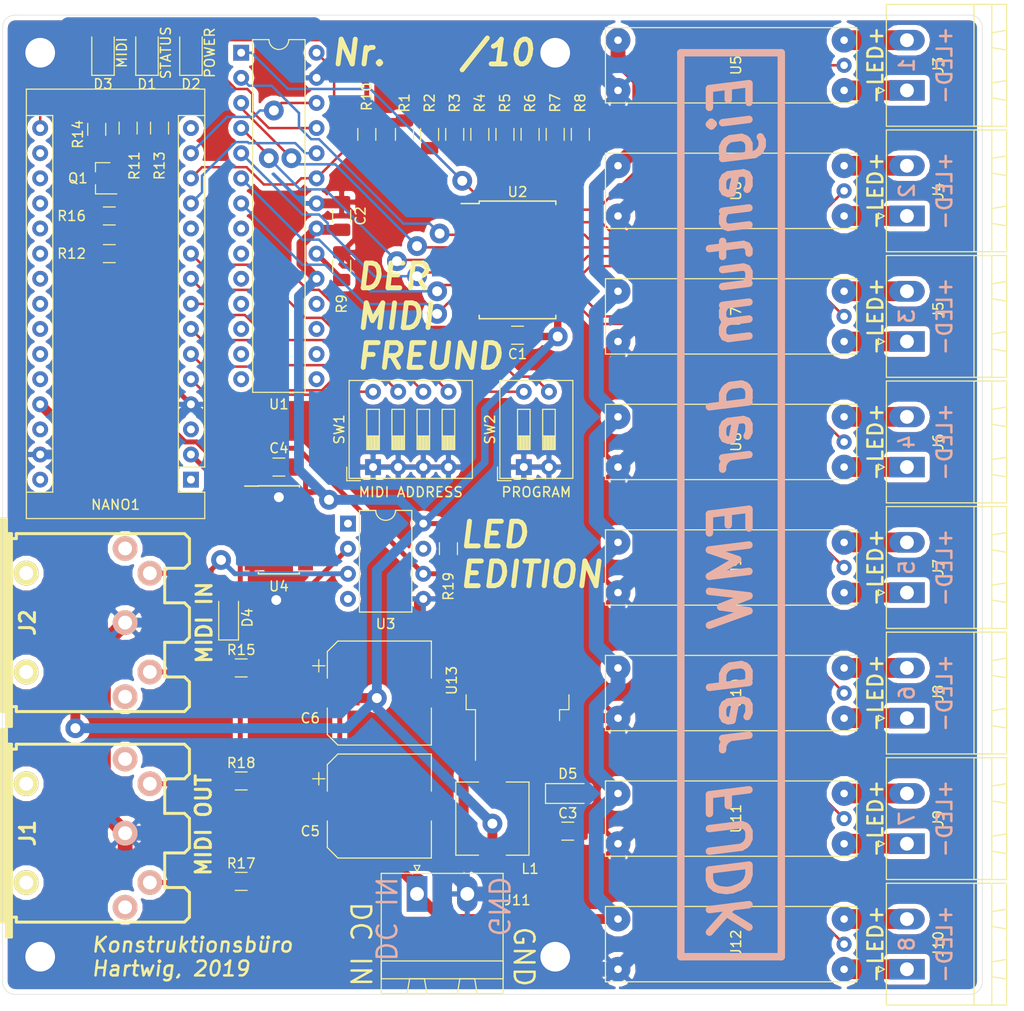
<source format=kicad_pcb>
(kicad_pcb (version 20171130) (host pcbnew "(6.0.0-rc1-dev-113-gb734953)")
  (layers (0 F.Cu signal) (31 B.Cu signal) (34 B.Paste user) (35 F.Paste user) (36 B.SilkS user) (37 F.SilkS user) (38 B.Mask user) (39 F.Mask user) (44 Edge.Cuts user))
  (net 0 "")
  (net 1 "Net-(J10-Pad1)")
  (net 2 VDD)
  (net 3 GND)
  (net 4 "Net-(J10-Pad2)")
  (net 5 "Net-(U12-Pad5)")
  (net 6 "Net-(U11-Pad5)")
  (net 7 "Net-(J9-Pad2)")
  (net 8 "Net-(J9-Pad1)")
  (net 9 "Net-(J8-Pad1)")
  (net 10 "Net-(J8-Pad2)")
  (net 11 "Net-(U10-Pad5)")
  (net 12 "Net-(U2-Pad14)")
  (net 13 "Net-(J7-Pad2)")
  (net 14 "Net-(J7-Pad1)")
  (net 15 "Net-(J6-Pad1)")
  (net 16 "Net-(J6-Pad2)")
  (net 17 "Net-(U2-Pad15)")
  (net 18 "Net-(U2-Pad16)")
  (net 19 "Net-(J5-Pad2)")
  (net 20 "Net-(J5-Pad1)")
  (net 21 "Net-(J4-Pad1)")
  (net 22 "Net-(J4-Pad2)")
  (net 23 "Net-(U2-Pad17)")
  (net 24 "Net-(U2-Pad18)")
  (net 25 "Net-(J3-Pad2)")
  (net 26 "Net-(J3-Pad1)")
  (net 27 "Net-(R1-Pad2)")
  (net 28 "Net-(R2-Pad2)")
  (net 29 "Net-(R3-Pad2)")
  (net 30 "Net-(R4-Pad2)")
  (net 31 "Net-(R5-Pad2)")
  (net 32 "Net-(R6-Pad2)")
  (net 33 "Net-(R7-Pad2)")
  (net 34 "Net-(R8-Pad2)")
  (net 35 "Net-(U1-Pad15)")
  (net 36 "Net-(U1-Pad16)")
  (net 37 "Net-(U1-Pad17)")
  (net 38 "Net-(U1-Pad18)")
  (net 39 +5V)
  (net 40 "Net-(R9-Pad1)")
  (net 41 "Net-(U3-Pad1)")
  (net 42 "Net-(U3-Pad7)")
  (net 43 "Net-(U3-Pad4)")
  (net 44 "Net-(U1-Pad8)")
  (net 45 "Net-(U1-Pad9)")
  (net 46 "Net-(U1-Pad10)")
  (net 47 "Net-(U1-Pad11)")
  (net 48 "Net-(U1-Pad12)")
  (net 49 "Net-(U1-Pad13)")
  (net 50 "Net-(U1-Pad14)")
  (net 51 "Net-(Q1-Pad1)")
  (net 52 "Net-(Q1-Pad3)")
  (net 53 "Net-(U4-Pad8)")
  (net 54 "Net-(U4-Pad10)")
  (net 55 "Net-(U4-Pad12)")
  (net 56 "Net-(D5-Pad1)")
  (net 57 "Net-(D3-Pad1)")
  (net 58 "Net-(R19-Pad2)")
  (net 59 "Net-(R12-Pad1)")
  (net 60 "Net-(R18-Pad2)")
  (net 61 "Net-(R15-Pad2)")
  (net 62 "Net-(D4-Pad2)")
  (net 63 "Net-(J1-Pad5)")
  (net 64 "Net-(J1-Pad4)")
  (net 65 "Net-(D4-Pad1)")
  (net 66 "Net-(D2-Pad1)")
  (net 67 "Net-(D1-Pad1)")
  (net 68 "Net-(J2-Pad3)")
  (net 69 "Net-(J2-Pad1)")
  (net 70 "Net-(J1-Pad1)")
  (net 71 "Net-(J1-Pad3)")
  (net 72 "Net-(NANO1-Pad13)")
  (net 73 "Net-(NANO1-Pad2)")
  (net 74 "Net-(NANO1-Pad12)")
  (net 75 "Net-(D1-Pad2)")
  (net 76 "Net-(NANO1-Pad14)")
  (net 77 "Net-(NANO1-Pad1)")
  (net 78 "Net-(NANO1-Pad17)")
  (net 79 "Net-(NANO1-Pad18)")
  (net 80 "Net-(NANO1-Pad3)")
  (net 81 "Net-(NANO1-Pad19)")
  (net 82 "Net-(NANO1-Pad20)")
  (net 83 "Net-(NANO1-Pad5)")
  (net 84 "Net-(NANO1-Pad21)")
  (net 85 "Net-(NANO1-Pad6)")
  (net 86 "Net-(NANO1-Pad22)")
  (net 87 "Net-(NANO1-Pad7)")
  (net 88 "Net-(NANO1-Pad23)")
  (net 89 "Net-(NANO1-Pad8)")
  (net 90 "Net-(NANO1-Pad24)")
  (net 91 "Net-(NANO1-Pad9)")
  (net 92 "Net-(NANO1-Pad25)")
  (net 93 "Net-(NANO1-Pad10)")
  (net 94 "Net-(NANO1-Pad26)")
  (net 95 "Net-(NANO1-Pad11)")
  (net 96 "Net-(NANO1-Pad28)")
  (net 97 "Net-(NANO1-Pad30)")
  (net 98 "Net-(NANO1-Pad15)")
  (module Button_Switch_THT:SW_DIP_SPSTx02_Slide_9.78x7.26mm_W7.62mm_P2.54mm (layer F.Cu) (at 52.705 45.72 90)
    (fp_text reference SW2 (at 3.81 -3.42 90) (layer F.SilkS))
    (fp_text value SW_DIP_x02)
    (pad 1 thru_hole rect (at 0 0 90) (size 1.6 1.6) (drill 0.8) (layers *.Cu *.Mask) (net 3 GND))
    (pad 3 thru_hole oval (at 7.62 2.54 90) (size 1.6 1.6) (drill 0.8) (layers *.Cu *.Mask) (net 93 "Net-(NANO1-Pad10)"))
    (pad 2 thru_hole oval (at 0 2.54 90) (size 1.6 1.6) (drill 0.8) (layers *.Cu *.Mask) (net 3 GND))
    (pad 4 thru_hole oval (at 7.62 0 90) (size 1.6 1.6) (drill 0.8) (layers *.Cu *.Mask) (net 91 "Net-(NANO1-Pad9)"))
  )
  (module midifreund:LEDREG1 (layer F.Cu) (at 74.93 93.98 270)
    (fp_text reference U12 (at 0 0.762 270) (layer F.SilkS))
    (fp_text value LEDREG1)
    (pad 1 thru_hole circle (at -2.54 -10.16 270) (size 2.5 2.5) (drill 0.762) (layers *.Cu *.Mask) (net 4 "Net-(J10-Pad2)"))
    (pad 2 thru_hole circle (at -2.54 12.7 270) (size 2.5 2.5) (drill 0.762) (layers *.Cu *.Mask) (net 2 VDD))
    (pad 3 thru_hole circle (at 2.54 12.7 270) (size 2.5 2.5) (drill 0.762) (layers *.Cu *.Mask) (net 3 GND))
    (pad 4 thru_hole circle (at 2.54 -10.16 270) (size 2.5 2.5) (drill 0.762) (layers *.Cu *.Mask) (net 1 "Net-(J10-Pad1)"))
    (pad 5 thru_hole circle (at 0 -10.16 270) (size 1.524 1.524) (drill 0.762) (layers *.Cu *.Mask) (net 5 "Net-(U12-Pad5)"))
  )
  (module Package_SO:SOIC-18W_7.5x11.6mm_P1.27mm (layer F.Cu) (at 52.07 24.765)
    (fp_text reference U2 (at 0 -6.875) (layer F.SilkS))
    (fp_text value ULN2803A)
    (pad 1 smd rect (at -4.7 -5.08) (size 2 0.6) (layers F.Cu F.Paste F.Mask) (net 27 "Net-(R1-Pad2)"))
    (pad 2 smd rect (at -4.7 -3.81) (size 2 0.6) (layers F.Cu F.Paste F.Mask) (net 28 "Net-(R2-Pad2)"))
    (pad 3 smd rect (at -4.7 -2.54) (size 2 0.6) (layers F.Cu F.Paste F.Mask) (net 29 "Net-(R3-Pad2)"))
    (pad 4 smd rect (at -4.7 -1.27) (size 2 0.6) (layers F.Cu F.Paste F.Mask) (net 30 "Net-(R4-Pad2)"))
    (pad 5 smd rect (at -4.7 0) (size 2 0.6) (layers F.Cu F.Paste F.Mask) (net 31 "Net-(R5-Pad2)"))
    (pad 6 smd rect (at -4.7 1.27) (size 2 0.6) (layers F.Cu F.Paste F.Mask) (net 32 "Net-(R6-Pad2)"))
    (pad 7 smd rect (at -4.7 2.54) (size 2 0.6) (layers F.Cu F.Paste F.Mask) (net 33 "Net-(R7-Pad2)"))
    (pad 8 smd rect (at -4.7 3.81) (size 2 0.6) (layers F.Cu F.Paste F.Mask) (net 34 "Net-(R8-Pad2)"))
    (pad 9 smd rect (at -4.7 5.08) (size 2 0.6) (layers F.Cu F.Paste F.Mask) (net 3 GND))
    (pad 10 smd rect (at 4.7 5.08) (size 2 0.6) (layers F.Cu F.Paste F.Mask) (net 39 +5V))
    (pad 11 smd rect (at 4.7 3.81) (size 2 0.6) (layers F.Cu F.Paste F.Mask) (net 5 "Net-(U12-Pad5)"))
    (pad 12 smd rect (at 4.7 2.54) (size 2 0.6) (layers F.Cu F.Paste F.Mask) (net 6 "Net-(U11-Pad5)"))
    (pad 13 smd rect (at 4.7 1.27) (size 2 0.6) (layers F.Cu F.Paste F.Mask) (net 11 "Net-(U10-Pad5)"))
    (pad 14 smd rect (at 4.7 0) (size 2 0.6) (layers F.Cu F.Paste F.Mask) (net 12 "Net-(U2-Pad14)"))
    (pad 15 smd rect (at 4.7 -1.27) (size 2 0.6) (layers F.Cu F.Paste F.Mask) (net 17 "Net-(U2-Pad15)"))
    (pad 16 smd rect (at 4.7 -2.54) (size 2 0.6) (layers F.Cu F.Paste F.Mask) (net 18 "Net-(U2-Pad16)"))
    (pad 17 smd rect (at 4.7 -3.81) (size 2 0.6) (layers F.Cu F.Paste F.Mask) (net 23 "Net-(U2-Pad17)"))
    (pad 18 smd rect (at 4.7 -5.08) (size 2 0.6) (layers F.Cu F.Paste F.Mask) (net 24 "Net-(U2-Pad18)"))
  )
  (module Resistor_SMD:R_1206_3216Metric (layer F.Cu) (at 10.795 20.32)
    (fp_text reference R16 (at -3.81 0) (layer F.SilkS))
    (fp_text value 47k)
    (pad 1 smd roundrect (at -1.4 0) (size 1.25 1.75) (layers F.Cu F.Paste F.Mask) (roundrect_rratio 0.2) (net 51 "Net-(Q1-Pad1)"))
    (pad 2 smd roundrect (at 1.4 0) (size 1.25 1.75) (layers F.Cu F.Paste F.Mask) (roundrect_rratio 0.2) (net 3 GND))
  )
  (module Eurocad:MIDI_DIN5 (layer F.Cu) (at 9.397999 82.752761 270)
    (fp_text reference J1 (at 0 6.857999 270) (layer F.SilkS) (effects (font (size 1.524 1.524) (thickness 0.3048))))
    (fp_text value "MIDI OUT" (at -0.837761 -10.922001 270) (layer F.SilkS) (effects (font (size 1.524 1.524) (thickness 0.3048))))
    (pad "" np_thru_hole circle (at -5.00126 6.9977 270) (size 2.49936 2.49936) (drill 1.397) (layers *.Cu *.Mask F.SilkS))
    (pad "" np_thru_hole circle (at 5.00126 6.9977 270) (size 2.49936 2.49936) (drill 1.397) (layers *.Cu *.Mask F.SilkS))
    (pad 5 thru_hole circle (at -4.99618 -5.4991 270) (size 2.49936 2.49936) (drill 1.397) (layers *.Cu *.SilkS *.Mask) (net 63 "Net-(J1-Pad5)"))
    (pad 1 thru_hole circle (at 7.49808 -2.9972 270) (size 2.49936 2.49936) (drill 1.397) (layers *.Cu *.SilkS *.Mask) (net 70 "Net-(J1-Pad1)"))
    (pad 2 thru_hole circle (at 0 -2.99974 270) (size 2.49936 2.49936) (drill 1.397) (layers *.Cu *.SilkS *.Mask) (net 3 GND))
    (pad 4 thru_hole circle (at 4.99618 -5.4991 270) (size 2.49936 2.49936) (drill 1.397) (layers *.Cu *.SilkS *.Mask) (net 64 "Net-(J1-Pad4)"))
    (pad 3 thru_hole circle (at -7.49808 -2.9972 270) (size 2.49936 2.49936) (drill 1.397) (layers *.Cu *.SilkS *.Mask) (net 71 "Net-(J1-Pad3)"))
  )
  (module Eurocad:MIDI_DIN5 (layer F.Cu) (at 9.397999 61.452761 270)
    (fp_text reference J2 (at 0 6.857999 270) (layer F.SilkS) (effects (font (size 1.524 1.524) (thickness 0.3048))))
    (fp_text value "MIDI IN" (at 0 -11.00074 270) (layer F.SilkS) (effects (font (size 1.524 1.524) (thickness 0.3048))))
    (pad 3 thru_hole circle (at -7.49808 -2.9972 270) (size 2.49936 2.49936) (drill 1.397) (layers *.Cu *.SilkS *.Mask) (net 68 "Net-(J2-Pad3)"))
    (pad 4 thru_hole circle (at 4.99618 -5.4991 270) (size 2.49936 2.49936) (drill 1.397) (layers *.Cu *.SilkS *.Mask) (net 65 "Net-(D4-Pad1)"))
    (pad 2 thru_hole circle (at 0 -2.99974 270) (size 2.49936 2.49936) (drill 1.397) (layers *.Cu *.SilkS *.Mask) (net 3 GND))
    (pad 1 thru_hole circle (at 7.49808 -2.9972 270) (size 2.49936 2.49936) (drill 1.397) (layers *.Cu *.SilkS *.Mask) (net 69 "Net-(J2-Pad1)"))
    (pad 5 thru_hole circle (at -4.99618 -5.4991 270) (size 2.49936 2.49936) (drill 1.397) (layers *.Cu *.SilkS *.Mask) (net 62 "Net-(D4-Pad2)"))
    (pad "" np_thru_hole circle (at 5.00126 6.9977 270) (size 2.49936 2.49936) (drill 1.397) (layers *.Cu *.Mask F.SilkS))
    (pad "" np_thru_hole circle (at -5.00126 6.9977 270) (size 2.49936 2.49936) (drill 1.397) (layers *.Cu *.Mask F.SilkS))
  )
  (module Capacitor_SMD:C_1206_3216Metric (layer F.Cu) (at 57.15 82.55)
    (fp_text reference C3 (at 0 -1.82) (layer F.SilkS))
    (fp_text value 100n)
    (pad 1 smd roundrect (at -1.4 0) (size 1.25 1.75) (layers F.Cu F.Paste F.Mask) (roundrect_rratio 0.2) (net 39 +5V))
    (pad 2 smd roundrect (at 1.4 0) (size 1.25 1.75) (layers F.Cu F.Paste F.Mask) (roundrect_rratio 0.2) (net 3 GND))
  )
  (module Capacitor_SMD:CP_Elec_10x10 (layer F.Cu) (at 38.1 80.01)
    (fp_text reference C5 (at -6.985 2.54) (layer F.SilkS))
    (fp_text value 330uF)
    (pad 2 smd rect (at 4 0) (size 4 2.5) (layers F.Cu F.Paste F.Mask) (net 3 GND))
    (pad 1 smd rect (at -4 0) (size 4 2.5) (layers F.Cu F.Paste F.Mask) (net 2 VDD))
  )
  (module Capacitor_SMD:CP_Elec_10x10 (layer F.Cu) (at 38.1 68.58)
    (fp_text reference C6 (at -6.985 2.54) (layer F.SilkS))
    (fp_text value 330uF)
    (pad 1 smd rect (at -4 0) (size 4 2.5) (layers F.Cu F.Paste F.Mask) (net 39 +5V))
    (pad 2 smd rect (at 4 0) (size 4 2.5) (layers F.Cu F.Paste F.Mask) (net 3 GND))
  )
  (module Inductor_SMD:L_7.3x7.3_H3.5 (layer F.Cu) (at 49.53 81.28 270)
    (fp_text reference L1 (at 5.08 -3.81 180) (layer F.SilkS))
    (fp_text value 330uH)
    (pad 1 smd rect (at -3.2 0 270) (size 1.5 2.2) (layers F.Cu F.Paste F.Mask) (net 56 "Net-(D5-Pad1)"))
    (pad 2 smd rect (at 3.2 0 270) (size 1.5 2.2) (layers F.Cu F.Paste F.Mask) (net 39 +5V))
  )
  (module Connector_Phoenix_MSTB:PhoenixContact_MSTBA_2,5_2-G-5,08_1x02_P5.08mm_Horizontal (layer F.Cu) (at 41.91 88.9)
    (fp_text reference J11 (at 10.16 0.635) (layer F.SilkS))
    (fp_text value Conn_01x02)
    (pad 1 thru_hole rect (at 0 0) (size 2.08 3.6) (drill 1.4) (layers *.Cu *.Mask) (net 2 VDD))
    (pad 2 thru_hole oval (at 5.08 0) (size 2.08 3.6) (drill 1.4) (layers *.Cu *.Mask) (net 3 GND))
  )
  (module Capacitor_SMD:C_1206_3216Metric (layer F.Cu) (at 52.07 32.385 180)
    (fp_text reference C1 (at 0 -1.905 180) (layer F.SilkS))
    (fp_text value 100n)
    (pad 1 smd roundrect (at -1.4 0 180) (size 1.25 1.75) (layers F.Cu F.Paste F.Mask) (roundrect_rratio 0.2) (net 39 +5V))
    (pad 2 smd roundrect (at 1.4 0 180) (size 1.25 1.75) (layers F.Cu F.Paste F.Mask) (roundrect_rratio 0.2) (net 3 GND))
  )
  (module Capacitor_SMD:C_1206_3216Metric (layer F.Cu) (at 34.29 20.32 90)
    (fp_text reference C2 (at 0 1.905 90) (layer F.SilkS))
    (fp_text value 100n)
    (pad 2 smd roundrect (at 1.4 0 90) (size 1.25 1.75) (layers F.Cu F.Paste F.Mask) (roundrect_rratio 0.2) (net 3 GND))
    (pad 1 smd roundrect (at -1.4 0 90) (size 1.25 1.75) (layers F.Cu F.Paste F.Mask) (roundrect_rratio 0.2) (net 39 +5V))
  )
  (module Capacitor_SMD:C_1206_3216Metric (layer F.Cu) (at 27.94 45.72 180)
    (fp_text reference C4 (at 0 1.905 180) (layer F.SilkS))
    (fp_text value 100n)
    (pad 1 smd roundrect (at -1.4 0 180) (size 1.25 1.75) (layers F.Cu F.Paste F.Mask) (roundrect_rratio 0.2) (net 39 +5V))
    (pad 2 smd roundrect (at 1.4 0 180) (size 1.25 1.75) (layers F.Cu F.Paste F.Mask) (roundrect_rratio 0.2) (net 3 GND))
  )
  (module Diode_SMD:D_SOD-123 (layer F.Cu) (at 22.86 60.96 90)
    (fp_text reference D4 (at 0 1.905 90) (layer F.SilkS))
    (fp_text value 1N4148)
    (pad 2 smd rect (at 1.65 0 90) (size 0.9 1.2) (layers F.Cu F.Paste F.Mask) (net 62 "Net-(D4-Pad2)"))
    (pad 1 smd rect (at -1.65 0 90) (size 0.9 1.2) (layers F.Cu F.Paste F.Mask) (net 65 "Net-(D4-Pad1)"))
  )
  (module Diode_SMD:D_SOD-123 (layer F.Cu) (at 57.15 78.74)
    (fp_text reference D5 (at 0 -2) (layer F.SilkS))
    (fp_text value 1N5819)
    (pad 1 smd rect (at -1.65 0) (size 0.9 1.2) (layers F.Cu F.Paste F.Mask) (net 56 "Net-(D5-Pad1)"))
    (pad 2 smd rect (at 1.65 0) (size 0.9 1.2) (layers F.Cu F.Paste F.Mask) (net 3 GND))
  )
  (module LED_SMD:LED_1206_3216Metric (layer F.Cu) (at 14.605 3.81 90)
    (fp_text reference D1 (at -3.175 0 180) (layer F.SilkS))
    (fp_text value STATUS)
    (pad 1 smd roundrect (at -1.4 0 90) (size 1.25 1.75) (layers F.Cu F.Paste F.Mask) (roundrect_rratio 0.2) (net 67 "Net-(D1-Pad1)"))
    (pad 2 smd roundrect (at 1.4 0 90) (size 1.25 1.75) (layers F.Cu F.Paste F.Mask) (roundrect_rratio 0.2) (net 75 "Net-(D1-Pad2)"))
  )
  (module LED_SMD:LED_1206_3216Metric (layer F.Cu) (at 19.05 3.81 90)
    (fp_text reference D2 (at -3.175 0 180) (layer F.SilkS))
    (fp_text value POWER)
    (pad 2 smd roundrect (at 1.4 0 90) (size 1.25 1.75) (layers F.Cu F.Paste F.Mask) (roundrect_rratio 0.2) (net 39 +5V))
    (pad 1 smd roundrect (at -1.4 0 90) (size 1.25 1.75) (layers F.Cu F.Paste F.Mask) (roundrect_rratio 0.2) (net 66 "Net-(D2-Pad1)"))
  )
  (module LED_SMD:LED_1206_3216Metric (layer F.Cu) (at 10.16 3.81 90)
    (fp_text reference D3 (at -3.175 0 180) (layer F.SilkS))
    (fp_text value MIDI)
    (pad 1 smd roundrect (at -1.4 0 90) (size 1.25 1.75) (layers F.Cu F.Paste F.Mask) (roundrect_rratio 0.2) (net 57 "Net-(D3-Pad1)"))
    (pad 2 smd roundrect (at 1.4 0 90) (size 1.25 1.75) (layers F.Cu F.Paste F.Mask) (roundrect_rratio 0.2) (net 39 +5V))
  )
  (module Resistor_SMD:R_1206_3216Metric (layer F.Cu) (at 45.72 12.065 270)
    (fp_text reference R3 (at -3.175 0 270) (layer F.SilkS))
    (fp_text value 1k)
    (pad 1 smd roundrect (at -1.4 0 270) (size 1.25 1.75) (layers F.Cu F.Paste F.Mask) (roundrect_rratio 0.2) (net 39 +5V))
    (pad 2 smd roundrect (at 1.4 0 270) (size 1.25 1.75) (layers F.Cu F.Paste F.Mask) (roundrect_rratio 0.2) (net 29 "Net-(R3-Pad2)"))
  )
  (module Resistor_SMD:R_1206_3216Metric (layer F.Cu) (at 43.18 12.065 270)
    (fp_text reference R2 (at -3.175 0 270) (layer F.SilkS))
    (fp_text value 1k)
    (pad 2 smd roundrect (at 1.4 0 270) (size 1.25 1.75) (layers F.Cu F.Paste F.Mask) (roundrect_rratio 0.2) (net 28 "Net-(R2-Pad2)"))
    (pad 1 smd roundrect (at -1.4 0 270) (size 1.25 1.75) (layers F.Cu F.Paste F.Mask) (roundrect_rratio 0.2) (net 39 +5V))
  )
  (module Resistor_SMD:R_1206_3216Metric (layer F.Cu) (at 40.64 12.065 270)
    (fp_text reference R1 (at -3.175 0 270) (layer F.SilkS))
    (fp_text value 1k)
    (pad 1 smd roundrect (at -1.4 0 270) (size 1.25 1.75) (layers F.Cu F.Paste F.Mask) (roundrect_rratio 0.2) (net 39 +5V))
    (pad 2 smd roundrect (at 1.4 0 270) (size 1.25 1.75) (layers F.Cu F.Paste F.Mask) (roundrect_rratio 0.2) (net 27 "Net-(R1-Pad2)"))
  )
  (module Resistor_SMD:R_1206_3216Metric (layer F.Cu) (at 48.26 12.065 270)
    (fp_text reference R4 (at -3.175 0 270) (layer F.SilkS))
    (fp_text value 1k)
    (pad 2 smd roundrect (at 1.4 0 270) (size 1.25 1.75) (layers F.Cu F.Paste F.Mask) (roundrect_rratio 0.2) (net 30 "Net-(R4-Pad2)"))
    (pad 1 smd roundrect (at -1.4 0 270) (size 1.25 1.75) (layers F.Cu F.Paste F.Mask) (roundrect_rratio 0.2) (net 39 +5V))
  )
  (module Resistor_SMD:R_1206_3216Metric (layer F.Cu) (at 50.8 12.065 270)
    (fp_text reference R5 (at -3.175 0 270) (layer F.SilkS))
    (fp_text value 1k)
    (pad 1 smd roundrect (at -1.4 0 270) (size 1.25 1.75) (layers F.Cu F.Paste F.Mask) (roundrect_rratio 0.2) (net 39 +5V))
    (pad 2 smd roundrect (at 1.4 0 270) (size 1.25 1.75) (layers F.Cu F.Paste F.Mask) (roundrect_rratio 0.2) (net 31 "Net-(R5-Pad2)"))
  )
  (module Resistor_SMD:R_1206_3216Metric (layer F.Cu) (at 55.88 12.065 270)
    (fp_text reference R7 (at -3.175 0 270) (layer F.SilkS))
    (fp_text value 1k)
    (pad 2 smd roundrect (at 1.4 0 270) (size 1.25 1.75) (layers F.Cu F.Paste F.Mask) (roundrect_rratio 0.2) (net 33 "Net-(R7-Pad2)"))
    (pad 1 smd roundrect (at -1.4 0 270) (size 1.25 1.75) (layers F.Cu F.Paste F.Mask) (roundrect_rratio 0.2) (net 39 +5V))
  )
  (module Resistor_SMD:R_1206_3216Metric (layer F.Cu) (at 58.42 12.065 270)
    (fp_text reference R8 (at -3.175 0 270) (layer F.SilkS))
    (fp_text value 1k)
    (pad 1 smd roundrect (at -1.4 0 270) (size 1.25 1.75) (layers F.Cu F.Paste F.Mask) (roundrect_rratio 0.2) (net 39 +5V))
    (pad 2 smd roundrect (at 1.4 0 270) (size 1.25 1.75) (layers F.Cu F.Paste F.Mask) (roundrect_rratio 0.2) (net 34 "Net-(R8-Pad2)"))
  )
  (module Resistor_SMD:R_1206_3216Metric (layer F.Cu) (at 34.29 25.4 90)
    (fp_text reference R9 (at -3.81 0 90) (layer F.SilkS))
    (fp_text value 2k2)
    (pad 2 smd roundrect (at 1.4 0 90) (size 1.25 1.75) (layers F.Cu F.Paste F.Mask) (roundrect_rratio 0.2) (net 3 GND))
    (pad 1 smd roundrect (at -1.4 0 90) (size 1.25 1.75) (layers F.Cu F.Paste F.Mask) (roundrect_rratio 0.2) (net 40 "Net-(R9-Pad1)"))
  )
  (module Resistor_SMD:R_1206_3216Metric (layer F.Cu) (at 36.83 12.065 90)
    (fp_text reference R10 (at 3.81 0 90) (layer F.SilkS))
    (fp_text value 10k)
    (pad 1 smd roundrect (at -1.4 0 90) (size 1.25 1.75) (layers F.Cu F.Paste F.Mask) (roundrect_rratio 0.2) (net 72 "Net-(NANO1-Pad13)"))
    (pad 2 smd roundrect (at 1.4 0 90) (size 1.25 1.75) (layers F.Cu F.Paste F.Mask) (roundrect_rratio 0.2) (net 39 +5V))
  )
  (module Resistor_SMD:R_1206_3216Metric (layer F.Cu) (at 12.7 11.43 270)
    (fp_text reference R11 (at 3.81 -0.635 270) (layer F.SilkS))
    (fp_text value 470)
    (pad 2 smd roundrect (at 1.4 0 270) (size 1.25 1.75) (layers F.Cu F.Paste F.Mask) (roundrect_rratio 0.2) (net 3 GND))
    (pad 1 smd roundrect (at -1.4 0 270) (size 1.25 1.75) (layers F.Cu F.Paste F.Mask) (roundrect_rratio 0.2) (net 67 "Net-(D1-Pad1)"))
  )
  (module Resistor_SMD:R_1206_3216Metric (layer F.Cu) (at 10.795 24.13 180)
    (fp_text reference R12 (at 3.81 0 180) (layer F.SilkS))
    (fp_text value 1k)
    (pad 1 smd roundrect (at -1.4 0 180) (size 1.25 1.75) (layers F.Cu F.Paste F.Mask) (roundrect_rratio 0.2) (net 59 "Net-(R12-Pad1)"))
    (pad 2 smd roundrect (at 1.4 0 180) (size 1.25 1.75) (layers F.Cu F.Paste F.Mask) (roundrect_rratio 0.2) (net 51 "Net-(Q1-Pad1)"))
  )
  (module Resistor_SMD:R_1206_3216Metric (layer F.Cu) (at 15.875 11.43 90)
    (fp_text reference R13 (at -3.81 0 90) (layer F.SilkS))
    (fp_text value 220)
    (pad 2 smd roundrect (at 1.4 0 90) (size 1.25 1.75) (layers F.Cu F.Paste F.Mask) (roundrect_rratio 0.2) (net 66 "Net-(D2-Pad1)"))
    (pad 1 smd roundrect (at -1.4 0 90) (size 1.25 1.75) (layers F.Cu F.Paste F.Mask) (roundrect_rratio 0.2) (net 3 GND))
  )
  (module Resistor_SMD:R_1206_3216Metric (layer F.Cu) (at 9.525 11.56 270)
    (fp_text reference R14 (at 0.505 1.905 90) (layer F.SilkS))
    (fp_text value 220)
    (pad 1 smd roundrect (at -1.4 0 270) (size 1.25 1.75) (layers F.Cu F.Paste F.Mask) (roundrect_rratio 0.2) (net 57 "Net-(D3-Pad1)"))
    (pad 2 smd roundrect (at 1.4 0 270) (size 1.25 1.75) (layers F.Cu F.Paste F.Mask) (roundrect_rratio 0.2) (net 52 "Net-(Q1-Pad3)"))
  )
  (module Resistor_SMD:R_1206_3216Metric (layer F.Cu) (at 24.13 66.04)
    (fp_text reference R15 (at 0 -1.82) (layer F.SilkS))
    (fp_text value 220)
    (pad 2 smd roundrect (at 1.4 0) (size 1.25 1.75) (layers F.Cu F.Paste F.Mask) (roundrect_rratio 0.2) (net 61 "Net-(R15-Pad2)"))
    (pad 1 smd roundrect (at -1.4 0) (size 1.25 1.75) (layers F.Cu F.Paste F.Mask) (roundrect_rratio 0.2) (net 65 "Net-(D4-Pad1)"))
  )
  (module Resistor_SMD:R_1206_3216Metric (layer F.Cu) (at 24.13 87.63)
    (fp_text reference R17 (at 0 -1.82) (layer F.SilkS))
    (fp_text value 220)
    (pad 2 smd roundrect (at 1.4 0) (size 1.25 1.75) (layers F.Cu F.Paste F.Mask) (roundrect_rratio 0.2) (net 39 +5V))
    (pad 1 smd roundrect (at -1.4 0) (size 1.25 1.75) (layers F.Cu F.Paste F.Mask) (roundrect_rratio 0.2) (net 64 "Net-(J1-Pad4)"))
  )
  (module Resistor_SMD:R_1206_3216Metric (layer F.Cu) (at 24.13 77.47)
    (fp_text reference R18 (at 0 -1.82) (layer F.SilkS))
    (fp_text value 220)
    (pad 1 smd roundrect (at -1.4 0) (size 1.25 1.75) (layers F.Cu F.Paste F.Mask) (roundrect_rratio 0.2) (net 63 "Net-(J1-Pad5)"))
    (pad 2 smd roundrect (at 1.4 0) (size 1.25 1.75) (layers F.Cu F.Paste F.Mask) (roundrect_rratio 0.2) (net 60 "Net-(R18-Pad2)"))
  )
  (module Resistor_SMD:R_1206_3216Metric (layer F.Cu) (at 45.085 53.975 270)
    (fp_text reference R19 (at 3.81 0 270) (layer F.SilkS))
    (fp_text value 280)
    (pad 2 smd roundrect (at 1.4 0 270) (size 1.25 1.75) (layers F.Cu F.Paste F.Mask) (roundrect_rratio 0.2) (net 58 "Net-(R19-Pad2)"))
    (pad 1 smd roundrect (at -1.4 0 270) (size 1.25 1.75) (layers F.Cu F.Paste F.Mask) (roundrect_rratio 0.2) (net 39 +5V))
  )
  (module Resistor_SMD:R_1206_3216Metric (layer F.Cu) (at 53.34 12.065 270)
    (fp_text reference R6 (at -3.175 0 270) (layer F.SilkS))
    (fp_text value 1k)
    (pad 1 smd roundrect (at -1.4 0 270) (size 1.25 1.75) (layers F.Cu F.Paste F.Mask) (roundrect_rratio 0.2) (net 39 +5V))
    (pad 2 smd roundrect (at 1.4 0 270) (size 1.25 1.75) (layers F.Cu F.Paste F.Mask) (roundrect_rratio 0.2) (net 32 "Net-(R6-Pad2)"))
  )
  (module Connector_Phoenix_MSTB:PhoenixContact_MSTBA_2,5_2-G-5,08_1x02_P5.08mm_Horizontal (layer F.Cu) (at 91.44 96.52 90)
    (fp_text reference J10 (at 2.54 3.175 90) (layer F.SilkS))
    (fp_text value Conn_01x02)
    (pad 2 thru_hole oval (at 5.08 0 90) (size 2.08 3.6) (drill 1.4) (layers *.Cu *.Mask) (net 4 "Net-(J10-Pad2)"))
    (pad 1 thru_hole rect (at 0 0 90) (size 2.08 3.6) (drill 1.4) (layers *.Cu *.Mask) (net 1 "Net-(J10-Pad1)"))
  )
  (module Connector_Phoenix_MSTB:PhoenixContact_MSTBA_2,5_2-G-5,08_1x02_P5.08mm_Horizontal (layer F.Cu) (at 91.44 83.82 90)
    (fp_text reference J9 (at 2.54 3.175 90) (layer F.SilkS))
    (fp_text value Conn_01x02)
    (pad 1 thru_hole rect (at 0 0 90) (size 2.08 3.6) (drill 1.4) (layers *.Cu *.Mask) (net 8 "Net-(J9-Pad1)"))
    (pad 2 thru_hole oval (at 5.08 0 90) (size 2.08 3.6) (drill 1.4) (layers *.Cu *.Mask) (net 7 "Net-(J9-Pad2)"))
  )
  (module Connector_Phoenix_MSTB:PhoenixContact_MSTBA_2,5_2-G-5,08_1x02_P5.08mm_Horizontal (layer F.Cu) (at 91.44 71.12 90)
    (fp_text reference J8 (at 2.54 3.175 90) (layer F.SilkS))
    (fp_text value Conn_01x02)
    (pad 2 thru_hole oval (at 5.08 0 90) (size 2.08 3.6) (drill 1.4) (layers *.Cu *.Mask) (net 10 "Net-(J8-Pad2)"))
    (pad 1 thru_hole rect (at 0 0 90) (size 2.08 3.6) (drill 1.4) (layers *.Cu *.Mask) (net 9 "Net-(J8-Pad1)"))
  )
  (module Connector_Phoenix_MSTB:PhoenixContact_MSTBA_2,5_2-G-5,08_1x02_P5.08mm_Horizontal (layer F.Cu) (at 91.44 58.42 90)
    (fp_text reference J7 (at 2.54 3.175 90) (layer F.SilkS))
    (fp_text value Conn_01x02)
    (pad 1 thru_hole rect (at 0 0 90) (size 2.08 3.6) (drill 1.4) (layers *.Cu *.Mask) (net 14 "Net-(J7-Pad1)"))
    (pad 2 thru_hole oval (at 5.08 0 90) (size 2.08 3.6) (drill 1.4) (layers *.Cu *.Mask) (net 13 "Net-(J7-Pad2)"))
  )
  (module Connector_Phoenix_MSTB:PhoenixContact_MSTBA_2,5_2-G-5,08_1x02_P5.08mm_Horizontal (layer F.Cu) (at 91.44 45.72 90)
    (fp_text reference J6 (at 2.54 3.175 90) (layer F.SilkS))
    (fp_text value Conn_01x02)
    (pad 2 thru_hole oval (at 5.08 0 90) (size 2.08 3.6) (drill 1.4) (layers *.Cu *.Mask) (net 16 "Net-(J6-Pad2)"))
    (pad 1 thru_hole rect (at 0 0 90) (size 2.08 3.6) (drill 1.4) (layers *.Cu *.Mask) (net 15 "Net-(J6-Pad1)"))
  )
  (module Connector_Phoenix_MSTB:PhoenixContact_MSTBA_2,5_2-G-5,08_1x02_P5.08mm_Horizontal (layer F.Cu) (at 91.44 33.02 90)
    (fp_text reference J5 (at 3.175 3.175 90) (layer F.SilkS))
    (fp_text value Conn_01x02)
    (pad 1 thru_hole rect (at 0 0 90) (size 2.08 3.6) (drill 1.4) (layers *.Cu *.Mask) (net 20 "Net-(J5-Pad1)"))
    (pad 2 thru_hole oval (at 5.08 0 90) (size 2.08 3.6) (drill 1.4) (layers *.Cu *.Mask) (net 19 "Net-(J5-Pad2)"))
  )
  (module Connector_Phoenix_MSTB:PhoenixContact_MSTBA_2,5_2-G-5,08_1x02_P5.08mm_Horizontal (layer F.Cu) (at 91.44 20.32 90)
    (fp_text reference J4 (at 2.54 3.175 90) (layer F.SilkS))
    (fp_text value Conn_01x02)
    (pad 2 thru_hole oval (at 5.08 0 90) (size 2.08 3.6) (drill 1.4) (layers *.Cu *.Mask) (net 22 "Net-(J4-Pad2)"))
    (pad 1 thru_hole rect (at 0 0 90) (size 2.08 3.6) (drill 1.4) (layers *.Cu *.Mask) (net 21 "Net-(J4-Pad1)"))
  )
  (module Connector_Phoenix_MSTB:PhoenixContact_MSTBA_2,5_2-G-5,08_1x02_P5.08mm_Horizontal (layer F.Cu) (at 91.44 7.62 90)
    (fp_text reference J3 (at 2.54 3.175 90) (layer F.SilkS))
    (fp_text value Conn_01x02)
    (pad 1 thru_hole rect (at 0 0 90) (size 2.08 3.6) (drill 1.4) (layers *.Cu *.Mask) (net 26 "Net-(J3-Pad1)"))
    (pad 2 thru_hole oval (at 5.08 0 90) (size 2.08 3.6) (drill 1.4) (layers *.Cu *.Mask) (net 25 "Net-(J3-Pad2)"))
  )
  (module Package_SO:SOIC-14_3.9x8.7mm_P1.27mm (layer F.Cu) (at 27.94 52.07)
    (fp_text reference U4 (at 0 5.715) (layer F.SilkS))
    (fp_text value 74LS14)
    (pad 1 smd rect (at -2.7 -3.81) (size 1.5 0.6) (layers F.Cu F.Paste F.Mask) (net 58 "Net-(R19-Pad2)"))
    (pad 2 smd rect (at -2.7 -2.54) (size 1.5 0.6) (layers F.Cu F.Paste F.Mask) (net 59 "Net-(R12-Pad1)"))
    (pad 3 smd rect (at -2.7 -1.27) (size 1.5 0.6) (layers F.Cu F.Paste F.Mask) (net 59 "Net-(R12-Pad1)"))
    (pad 4 smd rect (at -2.7 0) (size 1.5 0.6) (layers F.Cu F.Paste F.Mask) (net 73 "Net-(NANO1-Pad2)"))
    (pad 5 smd rect (at -2.7 1.27) (size 1.5 0.6) (layers F.Cu F.Paste F.Mask) (net 59 "Net-(R12-Pad1)"))
    (pad 6 smd rect (at -2.7 2.54) (size 1.5 0.6) (layers F.Cu F.Paste F.Mask) (net 60 "Net-(R18-Pad2)"))
    (pad 7 smd rect (at -2.7 3.81) (size 1.5 0.6) (layers F.Cu F.Paste F.Mask) (net 3 GND))
    (pad 8 smd rect (at 2.7 3.81) (size 1.5 0.6) (layers F.Cu F.Paste F.Mask) (net 53 "Net-(U4-Pad8)"))
    (pad 9 smd rect (at 2.7 2.54) (size 1.5 0.6) (layers F.Cu F.Paste F.Mask) (net 3 GND))
    (pad 10 smd rect (at 2.7 1.27) (size 1.5 0.6) (layers F.Cu F.Paste F.Mask) (net 54 "Net-(U4-Pad10)"))
    (pad 11 smd rect (at 2.7 0) (size 1.5 0.6) (layers F.Cu F.Paste F.Mask) (net 3 GND))
    (pad 12 smd rect (at 2.7 -1.27) (size 1.5 0.6) (layers F.Cu F.Paste F.Mask) (net 55 "Net-(U4-Pad12)"))
    (pad 13 smd rect (at 2.7 -2.54) (size 1.5 0.6) (layers F.Cu F.Paste F.Mask) (net 3 GND))
    (pad 14 smd rect (at 2.7 -3.81) (size 1.5 0.6) (layers F.Cu F.Paste F.Mask) (net 39 +5V))
  )
  (module Package_TO_SOT_SMD:TO-263-5_TabPin3 (layer F.Cu) (at 52.07 67.31 90)
    (fp_text reference U13 (at 0 -6.65 90) (layer F.SilkS))
    (fp_text value LM2575-5.0BU)
    (pad 1 smd rect (at -5.775 -3.4 90) (size 4.6 1.1) (layers F.Cu F.Paste F.Mask) (net 2 VDD))
    (pad 2 smd rect (at -5.775 -1.7 90) (size 4.6 1.1) (layers F.Cu F.Paste F.Mask) (net 56 "Net-(D5-Pad1)"))
    (pad 3 smd rect (at -5.775 0 90) (size 4.6 1.1) (layers F.Cu F.Paste F.Mask) (net 3 GND))
    (pad 4 smd rect (at -5.775 1.7 90) (size 4.6 1.1) (layers F.Cu F.Paste F.Mask) (net 39 +5V))
    (pad 5 smd rect (at -5.775 3.4 90) (size 4.6 1.1) (layers F.Cu F.Paste F.Mask) (net 3 GND))
    (pad 3 smd rect (at 3.375 0 90) (size 9.4 10.8) (layers F.Cu F.Mask) (net 3 GND))
  )
  (module Button_Switch_THT:SW_DIP_SPSTx04_Slide_9.78x12.34mm_W7.62mm_P2.54mm (layer F.Cu) (at 37.465 45.72 90)
    (fp_text reference SW1 (at 3.81 -3.42 90) (layer F.SilkS))
    (fp_text value SW_DIP_x04)
    (pad 1 thru_hole rect (at 0 0 90) (size 1.6 1.6) (drill 0.8) (layers *.Cu *.Mask) (net 3 GND))
    (pad 5 thru_hole oval (at 7.62 7.62 90) (size 1.6 1.6) (drill 0.8) (layers *.Cu *.Mask) (net 89 "Net-(NANO1-Pad8)"))
    (pad 2 thru_hole oval (at 0 2.54 90) (size 1.6 1.6) (drill 0.8) (layers *.Cu *.Mask) (net 3 GND))
    (pad 6 thru_hole oval (at 7.62 5.08 90) (size 1.6 1.6) (drill 0.8) (layers *.Cu *.Mask) (net 87 "Net-(NANO1-Pad7)"))
    (pad 3 thru_hole oval (at 0 5.08 90) (size 1.6 1.6) (drill 0.8) (layers *.Cu *.Mask) (net 3 GND))
    (pad 7 thru_hole oval (at 7.62 2.54 90) (size 1.6 1.6) (drill 0.8) (layers *.Cu *.Mask) (net 85 "Net-(NANO1-Pad6)"))
    (pad 4 thru_hole oval (at 0 7.62 90) (size 1.6 1.6) (drill 0.8) (layers *.Cu *.Mask) (net 3 GND))
    (pad 8 thru_hole oval (at 7.62 0 90) (size 1.6 1.6) (drill 0.8) (layers *.Cu *.Mask) (net 83 "Net-(NANO1-Pad5)"))
  )
  (module Package_TO_SOT_SMD:SOT-23 (layer F.Cu) (at 10.16 16.51 180)
    (fp_text reference Q1 (at 2.54 0 180) (layer F.SilkS))
    (fp_text value BSS138)
    (pad 1 smd rect (at -1 -0.95 180) (size 0.9 0.8) (layers F.Cu F.Paste F.Mask) (net 51 "Net-(Q1-Pad1)"))
    (pad 2 smd rect (at -1 0.95 180) (size 0.9 0.8) (layers F.Cu F.Paste F.Mask) (net 3 GND))
    (pad 3 smd rect (at 1 0 180) (size 0.9 0.8) (layers F.Cu F.Paste F.Mask) (net 52 "Net-(Q1-Pad3)"))
  )
  (module Package_DIP:DIP-28_W7.62mm (layer F.Cu) (at 24.13 3.81)
    (fp_text reference U1 (at 3.81 35.56) (layer F.SilkS))
    (fp_text value TLC5940NT)
    (pad 1 thru_hole rect (at 0 0) (size 1.6 1.6) (drill 0.8) (layers *.Cu *.Mask) (net 28 "Net-(R2-Pad2)"))
    (pad 15 thru_hole oval (at 7.62 33.02) (size 1.6 1.6) (drill 0.8) (layers *.Cu *.Mask) (net 35 "Net-(U1-Pad15)"))
    (pad 2 thru_hole oval (at 0 2.54) (size 1.6 1.6) (drill 0.8) (layers *.Cu *.Mask) (net 29 "Net-(R3-Pad2)"))
    (pad 16 thru_hole oval (at 7.62 30.48) (size 1.6 1.6) (drill 0.8) (layers *.Cu *.Mask) (net 36 "Net-(U1-Pad16)"))
    (pad 3 thru_hole oval (at 0 5.08) (size 1.6 1.6) (drill 0.8) (layers *.Cu *.Mask) (net 30 "Net-(R4-Pad2)"))
    (pad 17 thru_hole oval (at 7.62 27.94) (size 1.6 1.6) (drill 0.8) (layers *.Cu *.Mask) (net 37 "Net-(U1-Pad17)"))
    (pad 4 thru_hole oval (at 0 7.62) (size 1.6 1.6) (drill 0.8) (layers *.Cu *.Mask) (net 31 "Net-(R5-Pad2)"))
    (pad 18 thru_hole oval (at 7.62 25.4) (size 1.6 1.6) (drill 0.8) (layers *.Cu *.Mask) (net 38 "Net-(U1-Pad18)"))
    (pad 5 thru_hole oval (at 0 10.16) (size 1.6 1.6) (drill 0.8) (layers *.Cu *.Mask) (net 32 "Net-(R6-Pad2)"))
    (pad 19 thru_hole oval (at 7.62 22.86) (size 1.6 1.6) (drill 0.8) (layers *.Cu *.Mask) (net 39 +5V))
    (pad 6 thru_hole oval (at 0 12.7) (size 1.6 1.6) (drill 0.8) (layers *.Cu *.Mask) (net 33 "Net-(R7-Pad2)"))
    (pad 20 thru_hole oval (at 7.62 20.32) (size 1.6 1.6) (drill 0.8) (layers *.Cu *.Mask) (net 40 "Net-(R9-Pad1)"))
    (pad 7 thru_hole oval (at 0 15.24) (size 1.6 1.6) (drill 0.8) (layers *.Cu *.Mask) (net 34 "Net-(R8-Pad2)"))
    (pad 21 thru_hole oval (at 7.62 17.78) (size 1.6 1.6) (drill 0.8) (layers *.Cu *.Mask) (net 39 +5V))
    (pad 8 thru_hole oval (at 0 17.78) (size 1.6 1.6) (drill 0.8) (layers *.Cu *.Mask) (net 44 "Net-(U1-Pad8)"))
    (pad 22 thru_hole oval (at 7.62 15.24) (size 1.6 1.6) (drill 0.8) (layers *.Cu *.Mask) (net 3 GND))
    (pad 9 thru_hole oval (at 0 20.32) (size 1.6 1.6) (drill 0.8) (layers *.Cu *.Mask) (net 45 "Net-(U1-Pad9)"))
    (pad 23 thru_hole oval (at 7.62 12.7) (size 1.6 1.6) (drill 0.8) (layers *.Cu *.Mask) (net 72 "Net-(NANO1-Pad13)"))
    (pad 10 thru_hole oval (at 0 22.86) (size 1.6 1.6) (drill 0.8) (layers *.Cu *.Mask) (net 46 "Net-(U1-Pad10)"))
    (pad 24 thru_hole oval (at 7.62 10.16) (size 1.6 1.6) (drill 0.8) (layers *.Cu *.Mask) (net 74 "Net-(NANO1-Pad12)"))
    (pad 11 thru_hole oval (at 0 25.4) (size 1.6 1.6) (drill 0.8) (layers *.Cu *.Mask) (net 47 "Net-(U1-Pad11)"))
    (pad 25 thru_hole oval (at 7.62 7.62) (size 1.6 1.6) (drill 0.8) (layers *.Cu *.Mask) (net 75 "Net-(D1-Pad2)"))
    (pad 12 thru_hole oval (at 0 27.94) (size 1.6 1.6) (drill 0.8) (layers *.Cu *.Mask) (net 48 "Net-(U1-Pad12)"))
    (pad 26 thru_hole oval (at 7.62 5.08) (size 1.6 1.6) (drill 0.8) (layers *.Cu *.Mask) (net 76 "Net-(NANO1-Pad14)"))
    (pad 13 thru_hole oval (at 0 30.48) (size 1.6 1.6) (drill 0.8) (layers *.Cu *.Mask) (net 49 "Net-(U1-Pad13)"))
    (pad 27 thru_hole oval (at 7.62 2.54) (size 1.6 1.6) (drill 0.8) (layers *.Cu *.Mask) (net 3 GND))
    (pad 14 thru_hole oval (at 0 33.02) (size 1.6 1.6) (drill 0.8) (layers *.Cu *.Mask) (net 50 "Net-(U1-Pad14)"))
    (pad 28 thru_hole oval (at 7.62 0) (size 1.6 1.6) (drill 0.8) (layers *.Cu *.Mask) (net 27 "Net-(R1-Pad2)"))
  )
  (module Module:Arduino_Nano (layer F.Cu) (at 19.05 46.99 180)
    (fp_text reference NANO1 (at 7.62 -2.54 180) (layer F.SilkS))
    (fp_text value Arduino_Nano_v3.x)
    (pad 1 thru_hole rect (at 0 0 180) (size 1.6 1.6) (drill 0.8) (layers *.Cu *.Mask) (net 77 "Net-(NANO1-Pad1)"))
    (pad 17 thru_hole oval (at 15.24 33.02 180) (size 1.6 1.6) (drill 0.8) (layers *.Cu *.Mask) (net 78 "Net-(NANO1-Pad17)"))
    (pad 2 thru_hole oval (at 0 2.54 180) (size 1.6 1.6) (drill 0.8) (layers *.Cu *.Mask) (net 73 "Net-(NANO1-Pad2)"))
    (pad 18 thru_hole oval (at 15.24 30.48 180) (size 1.6 1.6) (drill 0.8) (layers *.Cu *.Mask) (net 79 "Net-(NANO1-Pad18)"))
    (pad 3 thru_hole oval (at 0 5.08 180) (size 1.6 1.6) (drill 0.8) (layers *.Cu *.Mask) (net 80 "Net-(NANO1-Pad3)"))
    (pad 19 thru_hole oval (at 15.24 27.94 180) (size 1.6 1.6) (drill 0.8) (layers *.Cu *.Mask) (net 81 "Net-(NANO1-Pad19)"))
    (pad 4 thru_hole oval (at 0 7.62 180) (size 1.6 1.6) (drill 0.8) (layers *.Cu *.Mask) (net 3 GND))
    (pad 20 thru_hole oval (at 15.24 25.4 180) (size 1.6 1.6) (drill 0.8) (layers *.Cu *.Mask) (net 82 "Net-(NANO1-Pad20)"))
    (pad 5 thru_hole oval (at 0 10.16 180) (size 1.6 1.6) (drill 0.8) (layers *.Cu *.Mask) (net 83 "Net-(NANO1-Pad5)"))
    (pad 21 thru_hole oval (at 15.24 22.86 180) (size 1.6 1.6) (drill 0.8) (layers *.Cu *.Mask) (net 84 "Net-(NANO1-Pad21)"))
    (pad 6 thru_hole oval (at 0 12.7 180) (size 1.6 1.6) (drill 0.8) (layers *.Cu *.Mask) (net 85 "Net-(NANO1-Pad6)"))
    (pad 22 thru_hole oval (at 15.24 20.32 180) (size 1.6 1.6) (drill 0.8) (layers *.Cu *.Mask) (net 86 "Net-(NANO1-Pad22)"))
    (pad 7 thru_hole oval (at 0 15.24 180) (size 1.6 1.6) (drill 0.8) (layers *.Cu *.Mask) (net 87 "Net-(NANO1-Pad7)"))
    (pad 23 thru_hole oval (at 15.24 17.78 180) (size 1.6 1.6) (drill 0.8) (layers *.Cu *.Mask) (net 88 "Net-(NANO1-Pad23)"))
    (pad 8 thru_hole oval (at 0 17.78 180) (size 1.6 1.6) (drill 0.8) (layers *.Cu *.Mask) (net 89 "Net-(NANO1-Pad8)"))
    (pad 24 thru_hole oval (at 15.24 15.24 180) (size 1.6 1.6) (drill 0.8) (layers *.Cu *.Mask) (net 90 "Net-(NANO1-Pad24)"))
    (pad 9 thru_hole oval (at 0 20.32 180) (size 1.6 1.6) (drill 0.8) (layers *.Cu *.Mask) (net 91 "Net-(NANO1-Pad9)"))
    (pad 25 thru_hole oval (at 15.24 12.7 180) (size 1.6 1.6) (drill 0.8) (layers *.Cu *.Mask) (net 92 "Net-(NANO1-Pad25)"))
    (pad 10 thru_hole oval (at 0 22.86 180) (size 1.6 1.6) (drill 0.8) (layers *.Cu *.Mask) (net 93 "Net-(NANO1-Pad10)"))
    (pad 26 thru_hole oval (at 15.24 10.16 180) (size 1.6 1.6) (drill 0.8) (layers *.Cu *.Mask) (net 94 "Net-(NANO1-Pad26)"))
    (pad 11 thru_hole oval (at 0 25.4 180) (size 1.6 1.6) (drill 0.8) (layers *.Cu *.Mask) (net 95 "Net-(NANO1-Pad11)"))
    (pad 27 thru_hole oval (at 15.24 7.62 180) (size 1.6 1.6) (drill 0.8) (layers *.Cu *.Mask) (net 39 +5V))
    (pad 12 thru_hole oval (at 0 27.94 180) (size 1.6 1.6) (drill 0.8) (layers *.Cu *.Mask) (net 74 "Net-(NANO1-Pad12)"))
    (pad 28 thru_hole oval (at 15.24 5.08 180) (size 1.6 1.6) (drill 0.8) (layers *.Cu *.Mask) (net 96 "Net-(NANO1-Pad28)"))
    (pad 13 thru_hole oval (at 0 30.48 180) (size 1.6 1.6) (drill 0.8) (layers *.Cu *.Mask) (net 72 "Net-(NANO1-Pad13)"))
    (pad 29 thru_hole oval (at 15.24 2.54 180) (size 1.6 1.6) (drill 0.8) (layers *.Cu *.Mask) (net 3 GND))
    (pad 14 thru_hole oval (at 0 33.02 180) (size 1.6 1.6) (drill 0.8) (layers *.Cu *.Mask) (net 76 "Net-(NANO1-Pad14)"))
    (pad 30 thru_hole oval (at 15.24 0 180) (size 1.6 1.6) (drill 0.8) (layers *.Cu *.Mask) (net 97 "Net-(NANO1-Pad30)"))
    (pad 15 thru_hole oval (at 0 35.56 180) (size 1.6 1.6) (drill 0.8) (layers *.Cu *.Mask) (net 98 "Net-(NANO1-Pad15)"))
    (pad 16 thru_hole oval (at 15.24 35.56 180) (size 1.6 1.6) (drill 0.8) (layers *.Cu *.Mask) (net 75 "Net-(D1-Pad2)"))
  )
  (module Package_DIP:DIP-8_W7.62mm (layer F.Cu) (at 34.925 51.435)
    (fp_text reference U3 (at 3.81 10.16) (layer F.SilkS))
    (fp_text value 6N137)
    (pad 1 thru_hole rect (at 0 0) (size 1.6 1.6) (drill 0.8) (layers *.Cu *.Mask) (net 41 "Net-(U3-Pad1)"))
    (pad 5 thru_hole oval (at 7.62 7.62) (size 1.6 1.6) (drill 0.8) (layers *.Cu *.Mask) (net 3 GND))
    (pad 2 thru_hole oval (at 0 2.54) (size 1.6 1.6) (drill 0.8) (layers *.Cu *.Mask) (net 61 "Net-(R15-Pad2)"))
    (pad 6 thru_hole oval (at 7.62 5.08) (size 1.6 1.6) (drill 0.8) (layers *.Cu *.Mask) (net 58 "Net-(R19-Pad2)"))
    (pad 3 thru_hole oval (at 0 5.08) (size 1.6 1.6) (drill 0.8) (layers *.Cu *.Mask) (net 62 "Net-(D4-Pad2)"))
    (pad 7 thru_hole oval (at 7.62 2.54) (size 1.6 1.6) (drill 0.8) (layers *.Cu *.Mask) (net 42 "Net-(U3-Pad7)"))
    (pad 4 thru_hole oval (at 0 7.62) (size 1.6 1.6) (drill 0.8) (layers *.Cu *.Mask) (net 43 "Net-(U3-Pad4)"))
    (pad 8 thru_hole oval (at 7.62 0) (size 1.6 1.6) (drill 0.8) (layers *.Cu *.Mask) (net 39 +5V))
  )
  (module midifreund:LEDREG1 (layer F.Cu) (at 74.93 5.08 270)
    (fp_text reference U5 (at 0 0.762 270) (layer F.SilkS))
    (fp_text value LEDREG1)
    (pad 5 thru_hole circle (at 0 -10.16 270) (size 1.524 1.524) (drill 0.762) (layers *.Cu *.Mask) (net 24 "Net-(U2-Pad18)"))
    (pad 4 thru_hole circle (at 2.54 -10.16 270) (size 2.5 2.5) (drill 0.762) (layers *.Cu *.Mask) (net 26 "Net-(J3-Pad1)"))
    (pad 3 thru_hole circle (at 2.54 12.7 270) (size 2.5 2.5) (drill 0.762) (layers *.Cu *.Mask) (net 3 GND))
    (pad 2 thru_hole circle (at -2.54 12.7 270) (size 2.5 2.5) (drill 0.762) (layers *.Cu *.Mask) (net 2 VDD))
    (pad 1 thru_hole circle (at -2.54 -10.16 270) (size 2.5 2.5) (drill 0.762) (layers *.Cu *.Mask) (net 25 "Net-(J3-Pad2)"))
  )
  (module midifreund:LEDREG1 (layer F.Cu) (at 74.93 17.78 270)
    (fp_text reference U6 (at 0 0.762 270) (layer F.SilkS))
    (fp_text value LEDREG1)
    (pad 1 thru_hole circle (at -2.54 -10.16 270) (size 2.5 2.5) (drill 0.762) (layers *.Cu *.Mask) (net 22 "Net-(J4-Pad2)"))
    (pad 2 thru_hole circle (at -2.54 12.7 270) (size 2.5 2.5) (drill 0.762) (layers *.Cu *.Mask) (net 2 VDD))
    (pad 3 thru_hole circle (at 2.54 12.7 270) (size 2.5 2.5) (drill 0.762) (layers *.Cu *.Mask) (net 3 GND))
    (pad 4 thru_hole circle (at 2.54 -10.16 270) (size 2.5 2.5) (drill 0.762) (layers *.Cu *.Mask) (net 21 "Net-(J4-Pad1)"))
    (pad 5 thru_hole circle (at 0 -10.16 270) (size 1.524 1.524) (drill 0.762) (layers *.Cu *.Mask) (net 23 "Net-(U2-Pad17)"))
  )
  (module midifreund:LEDREG1 (layer F.Cu) (at 74.93 30.48 270)
    (fp_text reference U7 (at 0 0.762 270) (layer F.SilkS))
    (fp_text value LEDREG1)
    (pad 5 thru_hole circle (at 0 -10.16 270) (size 1.524 1.524) (drill 0.762) (layers *.Cu *.Mask) (net 18 "Net-(U2-Pad16)"))
    (pad 4 thru_hole circle (at 2.54 -10.16 270) (size 2.5 2.5) (drill 0.762) (layers *.Cu *.Mask) (net 20 "Net-(J5-Pad1)"))
    (pad 3 thru_hole circle (at 2.54 12.7 270) (size 2.5 2.5) (drill 0.762) (layers *.Cu *.Mask) (net 3 GND))
    (pad 2 thru_hole circle (at -2.54 12.7 270) (size 2.5 2.5) (drill 0.762) (layers *.Cu *.Mask) (net 2 VDD))
    (pad 1 thru_hole circle (at -2.54 -10.16 270) (size 2.5 2.5) (drill 0.762) (layers *.Cu *.Mask) (net 19 "Net-(J5-Pad2)"))
  )
  (module midifreund:LEDREG1 (layer F.Cu) (at 74.93 43.18 270)
    (fp_text reference U8 (at 0 0.762 270) (layer F.SilkS))
    (fp_text value LEDREG1)
    (pad 1 thru_hole circle (at -2.54 -10.16 270) (size 2.5 2.5) (drill 0.762) (layers *.Cu *.Mask) (net 16 "Net-(J6-Pad2)"))
    (pad 2 thru_hole circle (at -2.54 12.7 270) (size 2.5 2.5) (drill 0.762) (layers *.Cu *.Mask) (net 2 VDD))
    (pad 3 thru_hole circle (at 2.54 12.7 270) (size 2.5 2.5) (drill 0.762) (layers *.Cu *.Mask) (net 3 GND))
    (pad 4 thru_hole circle (at 2.54 -10.16 270) (size 2.5 2.5) (drill 0.762) (layers *.Cu *.Mask) (net 15 "Net-(J6-Pad1)"))
    (pad 5 thru_hole circle (at 0 -10.16 270) (size 1.524 1.524) (drill 0.762) (layers *.Cu *.Mask) (net 17 "Net-(U2-Pad15)"))
  )
  (module midifreund:LEDREG1 (layer F.Cu) (at 74.93 55.88 270)
    (fp_text reference U9 (at 0 0.762 270) (layer F.SilkS))
    (fp_text value LEDREG1)
    (pad 5 thru_hole circle (at 0 -10.16 270) (size 1.524 1.524) (drill 0.762) (layers *.Cu *.Mask) (net 12 "Net-(U2-Pad14)"))
    (pad 4 thru_hole circle (at 2.54 -10.16 270) (size 2.5 2.5) (drill 0.762) (layers *.Cu *.Mask) (net 14 "Net-(J7-Pad1)"))
    (pad 3 thru_hole circle (at 2.54 12.7 270) (size 2.5 2.5) (drill 0.762) (layers *.Cu *.Mask) (net 3 GND))
    (pad 2 thru_hole circle (at -2.54 12.7 270) (size 2.5 2.5) (drill 0.762) (layers *.Cu *.Mask) (net 2 VDD))
    (pad 1 thru_hole circle (at -2.54 -10.16 270) (size 2.5 2.5) (drill 0.762) (layers *.Cu *.Mask) (net 13 "Net-(J7-Pad2)"))
  )
  (module midifreund:LEDREG1 (layer F.Cu) (at 74.93 68.58 270)
    (fp_text reference U10 (at 0 0.762 270) (layer F.SilkS))
    (fp_text value LEDREG1)
    (pad 1 thru_hole circle (at -2.54 -10.16 270) (size 2.5 2.5) (drill 0.762) (layers *.Cu *.Mask) (net 10 "Net-(J8-Pad2)"))
    (pad 2 thru_hole circle (at -2.54 12.7 270) (size 2.5 2.5) (drill 0.762) (layers *.Cu *.Mask) (net 2 VDD))
    (pad 3 thru_hole circle (at 2.54 12.7 270) (size 2.5 2.5) (drill 0.762) (layers *.Cu *.Mask) (net 3 GND))
    (pad 4 thru_hole circle (at 2.54 -10.16 270) (size 2.5 2.5) (drill 0.762) (layers *.Cu *.Mask) (net 9 "Net-(J8-Pad1)"))
    (pad 5 thru_hole circle (at 0 -10.16 270) (size 1.524 1.524) (drill 0.762) (layers *.Cu *.Mask) (net 11 "Net-(U10-Pad5)"))
  )
  (module midifreund:LEDREG1 (layer F.Cu) (at 74.93 81.28 270)
    (fp_text reference U11 (at 0 0.762 270) (layer F.SilkS))
    (fp_text value LEDREG1)
    (pad 5 thru_hole circle (at 0 -10.16 270) (size 1.524 1.524) (drill 0.762) (layers *.Cu *.Mask) (net 6 "Net-(U11-Pad5)"))
    (pad 4 thru_hole circle (at 2.54 -10.16 270) (size 2.5 2.5) (drill 0.762) (layers *.Cu *.Mask) (net 8 "Net-(J9-Pad1)"))
    (pad 3 thru_hole circle (at 2.54 12.7 270) (size 2.5 2.5) (drill 0.762) (layers *.Cu *.Mask) (net 3 GND))
    (pad 2 thru_hole circle (at -2.54 12.7 270) (size 2.5 2.5) (drill 0.762) (layers *.Cu *.Mask) (net 2 VDD))
    (pad 1 thru_hole circle (at -2.54 -10.16 270) (size 2.5 2.5) (drill 0.762) (layers *.Cu *.Mask) (net 7 "Net-(J9-Pad2)"))
  )
  (gr_text "Nr.    /10" (at 33.02 3.81) (layer F.SilkS) (effects (font (size 2.5 2.5) (thickness 0.5) italic) (justify left)))
  (gr_text "LED\nEDITION" (at 45.995 54.577064) (layer F.SilkS) (effects (font (size 2.5 2.5) (thickness 0.5) italic) (justify left)))
  (gr_text "DER\nMIDI\nFREUND" (at 35.56 30.48) (layer F.SilkS) (effects (font (size 2.5 2.5) (thickness 0.5) italic) (justify left)))
  (gr_line (start 68.58 3.81) (end 68.58 95.25) (layer B.SilkS) (width 0.75))
  (gr_line (start 78.74 3.81) (end 68.58 3.81) (layer B.SilkS) (width 0.75))
  (gr_line (start 78.74 95.25) (end 78.74 3.81) (layer B.SilkS) (width 0.75))
  (gr_line (start 68.58 95.25) (end 78.74 95.25) (layer B.SilkS) (width 0.75))
  (gr_text "Konstruktionsbüro\nHartwig, 2019" (at 8.89 95.25) (layer F.SilkS) (effects (font (size 1.5 1.5) (thickness 0.25) italic) (justify left)))
  (gr_text GND (at 50.165 90.17 270) (layer B.SilkS) (effects (font (size 2 2) (thickness 0.25)) (justify mirror)))
  (gr_text PROGRAM (at 53.975 48.26) (layer F.SilkS) (effects (font (size 1 1))))
  (gr_text "MIDI ADDRESS" (at 41.275 48.26) (layer F.SilkS) (effects (font (size 1 1))))
  (gr_text 6 (at 91.44 68.58 90) (layer B.SilkS) (effects (font (size 1.5 1.5) (thickness 0.25)) (justify mirror)))
  (gr_text 5 (at 91.44 55.88 90) (layer B.SilkS) (effects (font (size 1.5 1.5) (thickness 0.25)) (justify mirror)))
  (gr_text 4 (at 91.44 43.18 90) (layer B.SilkS) (effects (font (size 1.5 1.5) (thickness 0.25)) (justify mirror)))
  (gr_text 3 (at 91.44 30.48 90) (layer B.SilkS) (effects (font (size 1.5 1.5) (thickness 0.25)) (justify mirror)))
  (gr_text 2 (at 91.44 17.78 90) (layer B.SilkS) (effects (font (size 1.5 1.5) (thickness 0.25)) (justify mirror)))
  (gr_text 1 (at 91.44 5.08 90) (layer B.SilkS) (effects (font (size 1.5 1.5) (thickness 0.25)) (justify mirror)))
  (gr_text 7 (at 91.44 81.28 90) (layer B.SilkS) (effects (font (size 1.5 1.5) (thickness 0.25)) (justify mirror)))
  (gr_text 8 (at 91.44 93.98 90) (layer B.SilkS) (effects (font (size 1.5 1.5) (thickness 0.25)) (justify mirror)))
  (gr_text +LED- (at 95.25 5.08 90) (layer B.SilkS) (effects (font (size 1.5 1.5) (thickness 0.25)) (justify mirror)))
  (gr_text +LED- (at 95.25 17.78 90) (layer B.SilkS) (effects (font (size 1.5 1.5) (thickness 0.25)) (justify mirror)))
  (gr_text +LED- (at 95.25 30.48 90) (layer B.SilkS) (effects (font (size 1.5 1.5) (thickness 0.25)) (justify mirror)))
  (gr_text +LED- (at 95.25 43.18 90) (layer B.SilkS) (effects (font (size 1.5 1.5) (thickness 0.25)) (justify mirror)))
  (gr_text +LED- (at 95.25 55.88 90) (layer B.SilkS) (effects (font (size 1.5 1.5) (thickness 0.25)) (justify mirror)))
  (gr_text +LED- (at 95.25 68.58 90) (layer B.SilkS) (effects (font (size 1.5 1.5) (thickness 0.25)) (justify mirror)))
  (gr_text +LED- (at 95.25 81.28 90) (layer B.SilkS) (effects (font (size 1.5 1.5) (thickness 0.25)) (justify mirror)))
  (gr_text +LED- (at 95.25 93.98 90) (layer B.SilkS) (effects (font (size 1.5 1.5) (thickness 0.25)) (justify mirror)))
  (gr_text "DC IN" (at 38.735 91.44 270) (layer B.SilkS) (effects (font (size 2 2) (thickness 0.25)) (justify mirror)))
  (gr_text "DC IN" (at 36.195 93.98 270) (layer F.SilkS) (effects (font (size 2 2) (thickness 0.25))))
  (gr_text -LED+ (at 88.265 5.08 90) (layer F.SilkS) (effects (font (size 1.5 1.5) (thickness 0.25))))
  (gr_text -LED+ (at 88.265 17.78 90) (layer F.SilkS) (effects (font (size 1.5 1.5) (thickness 0.25))))
  (gr_text -LED+ (at 88.265 30.48 90) (layer F.SilkS) (effects (font (size 1.5 1.5) (thickness 0.25))))
  (gr_text -LED+ (at 88.265 43.18 90) (layer F.SilkS) (effects (font (size 1.5 1.5) (thickness 0.25))))
  (gr_text -LED+ (at 88.265 55.88 90) (layer F.SilkS) (effects (font (size 1.5 1.5) (thickness 0.25))))
  (gr_text -LED+ (at 88.265 68.58 90) (layer F.SilkS) (effects (font (size 1.5 1.5) (thickness 0.25))))
  (gr_text -LED+ (at 88.265 81.28 90) (layer F.SilkS) (effects (font (size 1.5 1.5) (thickness 0.25))))
  (gr_text -LED+ (at 88.265 93.98 90) (layer F.SilkS) (effects (font (size 1.5 1.5) (thickness 0.25))))
  (gr_text GND (at 52.705 95.25 270) (layer F.SilkS) (effects (font (size 2 2) (thickness 0.25))))
  (gr_text POWER (at 20.955 3.81 90) (layer F.SilkS) (effects (font (size 1 1))))
  (gr_text STATUS (at 16.51 3.81 90) (layer F.SilkS) (effects (font (size 1 1))))
  (gr_text MIDI (at 12.065 3.81 90) (layer F.SilkS) (effects (font (size 1 1))))
  (gr_text "Eigentum der EMW der FUDK" (at 73.66 49.53 90) (layer B.SilkS) (effects (font (size 4 4) (thickness 0.75) italic) (justify mirror)))
  (gr_line (start 0 97.79) (end 0 1.27) (layer Edge.Cuts) (width 0.05))
  (gr_arc (start 1.27 97.79) (end 0 97.79) (angle -90) (layer Edge.Cuts) (width 0.05))
  (gr_line (start 97.79 99.06) (end 1.27 99.06) (layer Edge.Cuts) (width 0.05))
  (gr_arc (start 97.79 97.79) (end 97.79 99.06) (angle -90) (layer Edge.Cuts) (width 0.05))
  (gr_line (start 99.06 1.27) (end 99.06 97.79) (layer Edge.Cuts) (width 0.05))
  (gr_arc (start 97.79 1.27) (end 99.06 1.27) (angle -90) (layer Edge.Cuts) (width 0.05))
  (gr_line (start 1.27 0) (end 97.79 0) (layer Edge.Cuts) (width 0.05))
  (gr_arc (start 1.27 1.27) (end 1.27 0) (angle -90) (layer Edge.Cuts) (width 0.05))
  (segment (start 85.09 96.52) (end 91.44 96.52) (width 2) (layer F.Cu) (net 1))
  (segment (start 41.91 88.9) (end 41.91 87.82) (width 2) (layer F.Cu) (net 2))
  (segment (start 47.729999 85.829999) (end 49.276 87.376) (width 1) (layer F.Cu) (net 2))
  (segment (start 41.91 89.66) (end 41.91 88.9) (width 1) (layer F.Cu) (net 2))
  (segment (start 47.244 85.344) (end 49.276 87.376) (width 1) (layer F.Cu) (net 2))
  (segment (start 64.430001 13.039999) (end 63.479999 13.990001) (width 1.5) (layer F.Cu) (net 2))
  (segment (start 63.479999 13.990001) (end 62.23 15.24) (width 1.5) (layer F.Cu) (net 2))
  (segment (start 64.430001 6.563999) (end 64.430001 13.039999) (width 1.5) (layer F.Cu) (net 2))
  (segment (start 62.23 4.363998) (end 64.430001 6.563999) (width 1.5) (layer F.Cu) (net 2))
  (segment (start 62.23 2.54) (end 62.23 4.363998) (width 1.5) (layer F.Cu) (net 2))
  (segment (start 60.980001 26.690001) (end 62.23 27.94) (width 1.5) (layer B.Cu) (net 2))
  (segment (start 60.029999 25.739999) (end 60.980001 26.690001) (width 1.5) (layer B.Cu) (net 2))
  (segment (start 60.029999 17.440001) (end 60.029999 25.739999) (width 1.5) (layer B.Cu) (net 2))
  (segment (start 62.23 15.24) (end 60.029999 17.440001) (width 1.5) (layer B.Cu) (net 2))
  (segment (start 60.980001 39.390001) (end 62.23 40.64) (width 1.5) (layer B.Cu) (net 2))
  (segment (start 60.029999 30.140001) (end 60.029999 38.439999) (width 1.5) (layer B.Cu) (net 2))
  (segment (start 60.029999 38.439999) (end 60.980001 39.390001) (width 1.5) (layer B.Cu) (net 2))
  (segment (start 62.23 27.94) (end 60.029999 30.140001) (width 1.5) (layer B.Cu) (net 2))
  (segment (start 60.029999 51.139999) (end 60.980001 52.090001) (width 1.5) (layer B.Cu) (net 2))
  (segment (start 60.980001 52.090001) (end 62.23 53.34) (width 1.5) (layer B.Cu) (net 2))
  (segment (start 60.029999 42.840001) (end 60.029999 51.139999) (width 1.5) (layer B.Cu) (net 2))
  (segment (start 62.23 40.64) (end 60.029999 42.840001) (width 1.5) (layer B.Cu) (net 2))
  (segment (start 60.980001 64.790001) (end 62.23 66.04) (width 1.5) (layer B.Cu) (net 2))
  (segment (start 60.029999 63.839999) (end 60.980001 64.790001) (width 1.5) (layer B.Cu) (net 2))
  (segment (start 60.029999 55.540001) (end 60.029999 63.839999) (width 1.5) (layer B.Cu) (net 2))
  (segment (start 62.23 53.34) (end 60.029999 55.540001) (width 1.5) (layer B.Cu) (net 2))
  (segment (start 60.980001 77.490001) (end 62.23 78.74) (width 1.5) (layer B.Cu) (net 2))
  (segment (start 60.029999 76.539999) (end 60.980001 77.490001) (width 1.5) (layer B.Cu) (net 2))
  (segment (start 60.029999 70.007767) (end 60.029999 76.539999) (width 1.5) (layer B.Cu) (net 2))
  (segment (start 62.23 67.807766) (end 60.029999 70.007767) (width 1.5) (layer B.Cu) (net 2))
  (segment (start 62.23 66.04) (end 62.23 67.807766) (width 1.5) (layer B.Cu) (net 2))
  (segment (start 60.980001 90.190001) (end 62.23 91.44) (width 1.5) (layer B.Cu) (net 2))
  (segment (start 60.029999 89.239999) (end 60.980001 90.190001) (width 1.5) (layer B.Cu) (net 2))
  (segment (start 60.029999 80.940001) (end 60.029999 89.239999) (width 1.5) (layer B.Cu) (net 2))
  (segment (start 62.23 78.74) (end 60.029999 80.940001) (width 1.5) (layer B.Cu) (net 2))
  (segment (start 48.67 74.835) (end 46.62 76.885) (width 1) (layer F.Cu) (net 2))
  (segment (start 48.67 73.085) (end 48.67 74.835) (width 1) (layer F.Cu) (net 2))
  (segment (start 46.62 84.72) (end 49.276 87.376) (width 1) (layer F.Cu) (net 2))
  (segment (start 46.62 78.105) (end 46.62 84.72) (width 1) (layer F.Cu) (net 2))
  (segment (start 46.62 76.885) (end 46.62 78.105) (width 1) (layer F.Cu) (net 2))
  (segment (start 46.62 78.105) (end 46.62 82.434) (width 1) (layer F.Cu) (net 2))
  (segment (start 44.45 91.44) (end 43.18 90.17) (width 1) (layer F.Cu) (net 2))
  (segment (start 49.276 87.376) (end 49.276 91.186) (width 1) (layer F.Cu) (net 2))
  (segment (start 49.276 91.186) (end 49.53 91.44) (width 1) (layer F.Cu) (net 2))
  (segment (start 49.53 91.44) (end 44.45 91.44) (width 1) (layer F.Cu) (net 2))
  (segment (start 62.23 91.44) (end 49.53 91.44) (width 1) (layer F.Cu) (net 2))
  (segment (start 43.18 90.17) (end 41.91 88.9) (width 1) (layer F.Cu) (net 2))
  (segment (start 34.1 80.33) (end 34.1 80.01) (width 1) (layer F.Cu) (net 2))
  (segment (start 41.91 88.14) (end 34.1 80.33) (width 1) (layer F.Cu) (net 2))
  (segment (start 41.91 88.9) (end 41.91 88.14) (width 1) (layer F.Cu) (net 2))
  (via (at 55.88 3.81) (size 5) (drill 3) (layers F.Cu B.Cu) (net 3))
  (via (at 3.81 95.25) (size 5) (drill 3) (layers F.Cu B.Cu) (net 3))
  (via (at 3.81 3.81) (size 5) (drill 3) (layers F.Cu B.Cu) (net 3))
  (segment (start 15.875 12.83) (end 12.7 12.83) (width 0.25) (layer F.Cu) (net 3))
  (segment (start 12.7 14.07) (end 11.21 15.56) (width 0.25) (layer F.Cu) (net 3))
  (segment (start 12.7 12.83) (end 12.7 14.07) (width 0.25) (layer F.Cu) (net 3))
  (segment (start 12.195 16.545) (end 12.195 19.345) (width 0.25) (layer F.Cu) (net 3))
  (segment (start 11.21 15.56) (end 12.195 16.545) (width 0.25) (layer F.Cu) (net 3))
  (segment (start 12.195 19.345) (end 12.195 20.32) (width 0.25) (layer F.Cu) (net 3))
  (segment (start 11.16 15.56) (end 11.21 15.56) (width 0.25) (layer F.Cu) (net 3))
  (segment (start 37.465 45.72) (end 40.005 45.72) (width 0.5) (layer F.Cu) (net 3))
  (segment (start 40.005 45.72) (end 42.545 45.72) (width 0.5) (layer F.Cu) (net 3))
  (segment (start 45.085 45.72) (end 42.545 45.72) (width 0.5) (layer F.Cu) (net 3))
  (segment (start 45.085 45.72) (end 52.705 45.72) (width 0.5) (layer F.Cu) (net 3))
  (segment (start 52.705 45.72) (end 55.245 45.72) (width 0.5) (layer F.Cu) (net 3))
  (segment (start 34.98571 19.61571) (end 34.29 18.92) (width 0.5) (layer F.Cu) (net 3))
  (segment (start 35.61501 20.24501) (end 34.98571 19.61571) (width 0.5) (layer F.Cu) (net 3))
  (segment (start 35.61501 22.67499) (end 35.61501 20.24501) (width 0.5) (layer F.Cu) (net 3))
  (segment (start 34.29 24) (end 35.61501 22.67499) (width 0.5) (layer F.Cu) (net 3))
  (segment (start 52.07 73.085) (end 52.07 63.935) (width 1) (layer F.Cu) (net 3))
  (segment (start 12.397739 86.662261) (end 12.397739 82.752761) (width 1.5) (layer F.Cu) (net 3))
  (segment (start 3.81 95.25) (end 12.397739 86.662261) (width 1.5) (layer F.Cu) (net 3))
  (segment (start 11.14806 62.70244) (end 12.397739 61.452761) (width 1.5) (layer F.Cu) (net 3))
  (segment (start 10.195518 80.55054) (end 10.195518 63.654982) (width 1.5) (layer F.Cu) (net 3))
  (segment (start 10.195518 63.654982) (end 11.14806 62.70244) (width 1.5) (layer F.Cu) (net 3))
  (segment (start 12.397739 82.752761) (end 10.195518 80.55054) (width 1.5) (layer F.Cu) (net 3))
  (segment (start 30.19 54.61) (end 30.64 54.61) (width 0.5) (layer F.Cu) (net 3))
  (via (at 55.88 95.25) (size 5) (drill 3) (layers F.Cu B.Cu) (net 3))
  (segment (start 49.53 88.9) (end 55.88 95.25) (width 1.5) (layer B.Cu) (net 3))
  (segment (start 46.99 88.9) (end 49.53 88.9) (width 1.5) (layer B.Cu) (net 3))
  (via (at 27.94 48.768) (size 2) (drill 1) (layers F.Cu B.Cu) (net 3))
  (via (at 27.676695 59.172695) (size 2) (drill 1) (layers F.Cu B.Cu) (net 3))
  (segment (start 25.396629 61.452761) (end 27.676695 59.172695) (width 1) (layer B.Cu) (net 3))
  (segment (start 12.397739 61.452761) (end 25.396629 61.452761) (width 1) (layer B.Cu) (net 3))
  (segment (start 27.676695 59.172695) (end 27.676695 58.316695) (width 1) (layer F.Cu) (net 3))
  (segment (start 46.99 88.14) (end 46.99 88.9) (width 1.5) (layer B.Cu) (net 3))
  (segment (start 41.602761 82.752761) (end 46.99 88.14) (width 1.5) (layer B.Cu) (net 3))
  (segment (start 12.397739 82.752761) (end 41.602761 82.752761) (width 1.5) (layer B.Cu) (net 3))
  (segment (start 33.500001 4.599999) (end 32.549999 5.550001) (width 1.5) (layer B.Cu) (net 3))
  (segment (start 31.505012 0.97501) (end 33.500001 2.969999) (width 1.5) (layer B.Cu) (net 3))
  (segment (start 6.64499 0.97501) (end 31.505012 0.97501) (width 1.5) (layer B.Cu) (net 3))
  (segment (start 32.549999 5.550001) (end 31.75 6.35) (width 1.5) (layer B.Cu) (net 3))
  (segment (start 33.500001 2.969999) (end 33.500001 4.599999) (width 1.5) (layer B.Cu) (net 3))
  (segment (start 3.81 3.81) (end 6.64499 0.97501) (width 1.5) (layer B.Cu) (net 3))
  (segment (start 12.195 21.295) (end 15.748 24.848) (width 0.5) (layer F.Cu) (net 3))
  (segment (start 12.195 20.32) (end 12.195 21.295) (width 0.5) (layer F.Cu) (net 3))
  (segment (start 15.748 36.068) (end 19.05 39.37) (width 0.5) (layer F.Cu) (net 3))
  (segment (start 15.748 24.848) (end 15.748 36.068) (width 0.5) (layer F.Cu) (net 3))
  (segment (start 34.340002 3.81) (end 33.500001 2.969999) (width 1.5) (layer B.Cu) (net 3))
  (segment (start 55.88 3.81) (end 34.340002 3.81) (width 1.5) (layer B.Cu) (net 3))
  (segment (start 58.42 3.81) (end 62.23 7.62) (width 1.5) (layer B.Cu) (net 3))
  (segment (start 55.88 3.81) (end 58.42 3.81) (width 1.5) (layer B.Cu) (net 3))
  (segment (start 63.479999 31.770001) (end 62.23 33.02) (width 1.5) (layer B.Cu) (net 3))
  (segment (start 62.23 24.683998) (end 64.430001 26.883999) (width 1.5) (layer B.Cu) (net 3))
  (segment (start 64.430001 30.819999) (end 63.479999 31.770001) (width 1.5) (layer B.Cu) (net 3))
  (segment (start 64.430001 26.883999) (end 64.430001 30.819999) (width 1.5) (layer B.Cu) (net 3))
  (segment (start 62.23 20.32) (end 62.23 24.683998) (width 1.5) (layer B.Cu) (net 3))
  (segment (start 63.479999 44.470001) (end 62.23 45.72) (width 1.5) (layer B.Cu) (net 3))
  (segment (start 64.430001 39.583999) (end 64.430001 43.519999) (width 1.5) (layer B.Cu) (net 3))
  (segment (start 62.23 37.383998) (end 64.430001 39.583999) (width 1.5) (layer B.Cu) (net 3))
  (segment (start 64.430001 43.519999) (end 63.479999 44.470001) (width 1.5) (layer B.Cu) (net 3))
  (segment (start 62.23 33.02) (end 62.23 37.383998) (width 1.5) (layer B.Cu) (net 3))
  (segment (start 63.479999 57.170001) (end 62.23 58.42) (width 1.5) (layer B.Cu) (net 3))
  (segment (start 64.430001 56.219999) (end 63.479999 57.170001) (width 1.5) (layer B.Cu) (net 3))
  (segment (start 64.430001 52.283999) (end 64.430001 56.219999) (width 1.5) (layer B.Cu) (net 3))
  (segment (start 62.23 50.083998) (end 64.430001 52.283999) (width 1.5) (layer B.Cu) (net 3))
  (segment (start 62.23 45.72) (end 62.23 50.083998) (width 1.5) (layer B.Cu) (net 3))
  (segment (start 63.479999 82.570001) (end 62.23 83.82) (width 1.5) (layer B.Cu) (net 3))
  (segment (start 64.430001 77.683999) (end 64.430001 81.619999) (width 1.5) (layer B.Cu) (net 3))
  (segment (start 64.430001 81.619999) (end 63.479999 82.570001) (width 1.5) (layer B.Cu) (net 3))
  (segment (start 62.23 75.483998) (end 64.430001 77.683999) (width 1.5) (layer B.Cu) (net 3))
  (segment (start 62.23 71.12) (end 62.23 75.483998) (width 1.5) (layer B.Cu) (net 3))
  (segment (start 63.479999 95.270001) (end 62.23 96.52) (width 1.5) (layer B.Cu) (net 3))
  (segment (start 64.430001 94.319999) (end 63.479999 95.270001) (width 1.5) (layer B.Cu) (net 3))
  (segment (start 64.430001 90.383999) (end 64.430001 94.319999) (width 1.5) (layer B.Cu) (net 3))
  (segment (start 62.23 88.183998) (end 64.430001 90.383999) (width 1.5) (layer B.Cu) (net 3))
  (segment (start 62.23 83.82) (end 62.23 88.183998) (width 1.5) (layer B.Cu) (net 3))
  (segment (start 63.479999 69.870001) (end 62.23 71.12) (width 1.5) (layer B.Cu) (net 3))
  (segment (start 64.430001 68.919999) (end 63.479999 69.870001) (width 1.5) (layer B.Cu) (net 3))
  (segment (start 64.430001 64.983999) (end 64.430001 68.919999) (width 1.5) (layer B.Cu) (net 3))
  (segment (start 62.23 62.783998) (end 64.430001 64.983999) (width 1.5) (layer B.Cu) (net 3))
  (segment (start 62.23 58.42) (end 62.23 62.783998) (width 1.5) (layer B.Cu) (net 3))
  (segment (start 62.23 7.62) (end 62.23 11.938) (width 1.5) (layer B.Cu) (net 3))
  (segment (start 64.430001 18.119999) (end 63.479999 19.070001) (width 1.5) (layer B.Cu) (net 3))
  (segment (start 63.479999 19.070001) (end 62.23 20.32) (width 1.5) (layer B.Cu) (net 3))
  (segment (start 64.430001 14.138001) (end 64.430001 18.119999) (width 1.5) (layer B.Cu) (net 3))
  (segment (start 62.23 11.938) (end 64.430001 14.138001) (width 1.5) (layer B.Cu) (net 3))
  (segment (start 57.15 96.52) (end 55.88 95.25) (width 1.5) (layer B.Cu) (net 3))
  (segment (start 62.23 96.52) (end 57.15 96.52) (width 1.5) (layer B.Cu) (net 3))
  (segment (start 60.452 34.798) (end 62.23 33.02) (width 1) (layer F.Cu) (net 3))
  (segment (start 52.07 34.798) (end 60.452 34.798) (width 1) (layer F.Cu) (net 3))
  (segment (start 50.67 33.398) (end 52.07 34.798) (width 1) (layer F.Cu) (net 3))
  (segment (start 50.67 32.385) (end 50.67 33.398) (width 1) (layer F.Cu) (net 3))
  (segment (start 13.97 44.45) (end 19.05 39.37) (width 1) (layer B.Cu) (net 3))
  (segment (start 3.81 44.45) (end 13.97 44.45) (width 1) (layer B.Cu) (net 3))
  (segment (start 27.94 48.26) (end 27.94 48.768) (width 1) (layer B.Cu) (net 3))
  (segment (start 19.05 39.37) (end 27.94 48.26) (width 1) (layer B.Cu) (net 3))
  (segment (start 27.676695 49.031305) (end 27.94 48.768) (width 1) (layer F.Cu) (net 3))
  (segment (start 34.16 19.05) (end 34.29 18.92) (width 1) (layer F.Cu) (net 3))
  (segment (start 31.75 19.05) (end 34.16 19.05) (width 1) (layer F.Cu) (net 3))
  (segment (start 42.091001 31.801001) (end 45.669999 31.801001) (width 0.75) (layer F.Cu) (net 3))
  (segment (start 34.29 24) (end 42.091001 31.801001) (width 0.75) (layer F.Cu) (net 3))
  (segment (start 47.498 29.973) (end 47.37 29.845) (width 0.5) (layer F.Cu) (net 3))
  (segment (start 45.669999 31.801001) (end 47.498 29.973) (width 0.75) (layer F.Cu) (net 3))
  (segment (start 48.258 29.973) (end 50.67 32.385) (width 0.75) (layer F.Cu) (net 3))
  (segment (start 47.498 29.973) (end 48.258 29.973) (width 0.75) (layer F.Cu) (net 3))
  (segment (start 55.47 67.335) (end 52.07 63.935) (width 1) (layer F.Cu) (net 3))
  (segment (start 55.47 73.085) (end 55.47 67.335) (width 1) (layer F.Cu) (net 3))
  (segment (start 62.23 71.12) (end 59.255 71.12) (width 1) (layer F.Cu) (net 3))
  (segment (start 52.07 63.935) (end 58.855 63.935) (width 1) (layer F.Cu) (net 3))
  (segment (start 59.255 64.335) (end 59.255 71.12) (width 1) (layer F.Cu) (net 3))
  (segment (start 58.855 63.935) (end 59.255 64.335) (width 1) (layer F.Cu) (net 3))
  (segment (start 42.1 80.01) (end 42.1 68.58) (width 1) (layer F.Cu) (net 3))
  (segment (start 42.1 59.5) (end 42.545 59.055) (width 1) (layer F.Cu) (net 3))
  (segment (start 42.3 63.935) (end 42.1 64.135) (width 1) (layer F.Cu) (net 3))
  (segment (start 52.07 63.935) (end 42.3 63.935) (width 1) (layer F.Cu) (net 3))
  (segment (start 42.1 64.135) (end 42.1 59.5) (width 1) (layer F.Cu) (net 3))
  (segment (start 42.1 68.58) (end 42.1 64.135) (width 1) (layer F.Cu) (net 3))
  (segment (start 58.8 82.3) (end 58.55 82.55) (width 1) (layer F.Cu) (net 3))
  (segment (start 58.8 78.74) (end 58.8 82.3) (width 1) (layer F.Cu) (net 3))
  (segment (start 58.8 78.74) (end 58.8 74.675) (width 1) (layer F.Cu) (net 3))
  (segment (start 57.21 73.085) (end 55.47 73.085) (width 1) (layer F.Cu) (net 3))
  (segment (start 58.8 74.675) (end 57.21 73.085) (width 1) (layer F.Cu) (net 3))
  (segment (start 42.1 82.26) (end 42.1 80.01) (width 1) (layer F.Cu) (net 3))
  (segment (start 42.1 83.25) (end 42.1 82.26) (width 1) (layer F.Cu) (net 3))
  (segment (start 46.99 88.14) (end 42.1 83.25) (width 1) (layer F.Cu) (net 3))
  (segment (start 46.99 88.9) (end 46.99 88.14) (width 1) (layer F.Cu) (net 3))
  (segment (start 25.24 55.88) (end 27.676695 55.88) (width 0.5) (layer F.Cu) (net 3))
  (segment (start 27.676695 55.88) (end 27.676695 54.61) (width 1) (layer F.Cu) (net 3))
  (segment (start 27.676695 59.172695) (end 27.676695 55.88) (width 1) (layer F.Cu) (net 3))
  (segment (start 30.64 54.61) (end 27.676695 54.61) (width 0.5) (layer F.Cu) (net 3))
  (segment (start 27.676695 54.61) (end 27.676695 53.603305) (width 1) (layer F.Cu) (net 3))
  (segment (start 27.676695 53.603305) (end 27.94 53.34) (width 1) (layer F.Cu) (net 3))
  (segment (start 30.64 52.07) (end 27.94 52.07) (width 0.5) (layer F.Cu) (net 3))
  (segment (start 27.94 53.34) (end 27.94 52.07) (width 1) (layer F.Cu) (net 3))
  (segment (start 30.64 49.53) (end 27.94 49.53) (width 0.5) (layer F.Cu) (net 3))
  (segment (start 27.94 49.53) (end 27.94 48.768) (width 1) (layer F.Cu) (net 3))
  (segment (start 27.94 52.07) (end 27.94 49.53) (width 1) (layer F.Cu) (net 3))
  (segment (start 27.94 47.12) (end 27.94 48.768) (width 0.5) (layer F.Cu) (net 3))
  (segment (start 26.54 45.72) (end 27.94 47.12) (width 0.5) (layer F.Cu) (net 3))
  (segment (start 52.07 63.935) (end 52.07 52.07) (width 0.5) (layer F.Cu) (net 3))
  (segment (start 52.705 51.435) (end 52.705 45.72) (width 0.5) (layer F.Cu) (net 3))
  (segment (start 52.07 52.07) (end 52.705 51.435) (width 0.5) (layer F.Cu) (net 3))
  (segment (start 85.09 91.44) (end 91.44 91.44) (width 2) (layer F.Cu) (net 4))
  (segment (start 57.385002 28.575) (end 60.052002 31.242) (width 0.25) (layer F.Cu) (net 5))
  (segment (start 56.77 28.575) (end 57.385002 28.575) (width 0.25) (layer F.Cu) (net 5))
  (segment (start 60.052002 31.242) (end 68.326 31.242) (width 0.25) (layer F.Cu) (net 5))
  (segment (start 68.326 31.242) (end 79.502 42.418) (width 0.25) (layer F.Cu) (net 5))
  (segment (start 79.502 88.392) (end 85.09 93.98) (width 0.25) (layer F.Cu) (net 5))
  (segment (start 79.502 42.418) (end 79.502 88.392) (width 0.25) (layer F.Cu) (net 5))
  (segment (start 57.47 27.305) (end 60.645 30.48) (width 0.25) (layer F.Cu) (net 6))
  (segment (start 56.77 27.305) (end 57.47 27.305) (width 0.25) (layer F.Cu) (net 6))
  (segment (start 60.645 30.48) (end 68.834 30.48) (width 0.25) (layer F.Cu) (net 6))
  (segment (start 68.834 30.48) (end 80.264 41.91) (width 0.25) (layer F.Cu) (net 6))
  (segment (start 80.264 76.454) (end 85.09 81.28) (width 0.25) (layer F.Cu) (net 6))
  (segment (start 80.264 41.91) (end 80.264 76.454) (width 0.25) (layer F.Cu) (net 6))
  (segment (start 85.09 78.74) (end 91.44 78.74) (width 2) (layer F.Cu) (net 7))
  (segment (start 85.09 83.82) (end 91.44 83.82) (width 2) (layer F.Cu) (net 8))
  (segment (start 85.09 71.12) (end 91.44 71.12) (width 2) (layer F.Cu) (net 9))
  (segment (start 85.09 66.04) (end 91.44 66.04) (width 2) (layer F.Cu) (net 10))
  (segment (start 59.436 25.4) (end 65.024 25.4) (width 0.25) (layer F.Cu) (net 11))
  (segment (start 65.024 25.4) (end 81.026 41.402) (width 0.25) (layer F.Cu) (net 11))
  (segment (start 81.026 64.516) (end 85.09 68.58) (width 0.25) (layer F.Cu) (net 11))
  (segment (start 56.77 26.035) (end 58.801 26.035) (width 0.25) (layer F.Cu) (net 11))
  (segment (start 81.026 41.402) (end 81.026 64.516) (width 0.25) (layer F.Cu) (net 11))
  (segment (start 58.801 26.035) (end 59.436 25.4) (width 0.25) (layer F.Cu) (net 11))
  (segment (start 56.77 24.765) (end 58.801 24.765) (width 0.25) (layer F.Cu) (net 12))
  (segment (start 58.801 24.765) (end 59.182 24.384) (width 0.25) (layer F.Cu) (net 12))
  (segment (start 59.182 24.384) (end 65.278 24.384) (width 0.25) (layer F.Cu) (net 12))
  (segment (start 65.278 24.384) (end 81.788 40.894) (width 0.25) (layer F.Cu) (net 12))
  (segment (start 81.788 52.578) (end 85.09 55.88) (width 0.25) (layer F.Cu) (net 12))
  (segment (start 81.788 40.894) (end 81.788 52.578) (width 0.25) (layer F.Cu) (net 12))
  (segment (start 91.44 53.34) (end 85.09 53.34) (width 2) (layer F.Cu) (net 13))
  (segment (start 85.09 58.42) (end 91.44 58.42) (width 2) (layer F.Cu) (net 14))
  (segment (start 85.09 45.72) (end 91.44 45.72) (width 2) (layer F.Cu) (net 15))
  (segment (start 91.44 40.64) (end 85.09 40.64) (width 2) (layer F.Cu) (net 16))
  (segment (start 56.77 23.495) (end 65.913 23.495) (width 0.25) (layer F.Cu) (net 17))
  (segment (start 65.913 23.495) (end 82.804 40.386) (width 0.25) (layer F.Cu) (net 17))
  (segment (start 82.804 40.894) (end 85.09 43.18) (width 0.25) (layer F.Cu) (net 17))
  (segment (start 82.804 40.386) (end 82.804 40.894) (width 0.25) (layer F.Cu) (net 17))
  (segment (start 58.846002 22.225) (end 59.227002 22.606) (width 0.25) (layer F.Cu) (net 18))
  (segment (start 56.77 22.225) (end 58.846002 22.225) (width 0.25) (layer F.Cu) (net 18))
  (segment (start 77.216 22.606) (end 85.09 30.48) (width 0.25) (layer F.Cu) (net 18))
  (segment (start 59.227002 22.606) (end 77.216 22.606) (width 0.25) (layer F.Cu) (net 18))
  (segment (start 91.44 27.94) (end 85.09 27.94) (width 2) (layer F.Cu) (net 19))
  (segment (start 85.09 33.02) (end 91.44 33.02) (width 2) (layer F.Cu) (net 20))
  (segment (start 85.09 20.32) (end 91.44 20.32) (width 2) (layer F.Cu) (net 21))
  (segment (start 91.44 15.24) (end 85.09 15.24) (width 2) (layer F.Cu) (net 22))
  (segment (start 84.328001 18.541999) (end 85.09 17.78) (width 0.25) (layer F.Cu) (net 23))
  (segment (start 80.974999 21.895001) (end 84.328001 18.541999) (width 0.25) (layer F.Cu) (net 23))
  (segment (start 61.473999 21.895001) (end 80.974999 21.895001) (width 0.25) (layer F.Cu) (net 23))
  (segment (start 60.533998 20.955) (end 61.473999 21.895001) (width 0.25) (layer F.Cu) (net 23))
  (segment (start 56.77 20.955) (end 60.533998 20.955) (width 0.25) (layer F.Cu) (net 23))
  (segment (start 84.01237 5.08) (end 85.09 5.08) (width 0.25) (layer F.Cu) (net 24))
  (segment (start 74.721002 5.08) (end 84.01237 5.08) (width 0.25) (layer F.Cu) (net 24))
  (segment (start 60.116002 19.685) (end 74.721002 5.08) (width 0.25) (layer F.Cu) (net 24))
  (segment (start 56.77 19.685) (end 60.116002 19.685) (width 0.25) (layer F.Cu) (net 24))
  (segment (start 91.44 2.54) (end 85.09 2.54) (width 2) (layer F.Cu) (net 25))
  (segment (start 85.09 7.62) (end 91.44 7.62) (width 2) (layer F.Cu) (net 26))
  (segment (start 40.64 13.655) (end 40.64 13.465) (width 0.25) (layer F.Cu) (net 27))
  (segment (start 46.67 19.685) (end 40.64 13.655) (width 0.25) (layer F.Cu) (net 27))
  (segment (start 47.37 19.685) (end 46.67 19.685) (width 0.25) (layer F.Cu) (net 27))
  (segment (start 39.94429 12.76929) (end 40.64 13.465) (width 0.25) (layer F.Cu) (net 27))
  (segment (start 39.68999 12.51499) (end 39.94429 12.76929) (width 0.25) (layer F.Cu) (net 27))
  (segment (start 36.8668 12.51499) (end 39.68999 12.51499) (width 0.25) (layer F.Cu) (net 27))
  (segment (start 33.528 9.17619) (end 36.8668 12.51499) (width 0.25) (layer F.Cu) (net 27))
  (segment (start 33.528 5.588) (end 33.528 9.17619) (width 0.25) (layer F.Cu) (net 27))
  (segment (start 31.75 3.81) (end 33.528 5.588) (width 0.25) (layer F.Cu) (net 27))
  (segment (start 43.87571 14.16071) (end 43.18 13.465) (width 0.25) (layer F.Cu) (net 28))
  (via (at 46.479 16.764) (size 2) (drill 1) (layers F.Cu B.Cu) (net 28))
  (segment (start 48.695001 20.329999) (end 48.695001 18.980001) (width 0.25) (layer F.Cu) (net 28))
  (segment (start 48.07 20.955) (end 48.695001 20.329999) (width 0.25) (layer F.Cu) (net 28))
  (segment (start 47.37 20.955) (end 48.07 20.955) (width 0.25) (layer F.Cu) (net 28))
  (segment (start 48.695001 18.980001) (end 46.479 16.764) (width 0.25) (layer F.Cu) (net 28))
  (segment (start 46.479 16.764) (end 43.87571 14.16071) (width 0.25) (layer F.Cu) (net 28))
  (segment (start 25.18 3.81) (end 24.13 3.81) (width 0.25) (layer B.Cu) (net 28))
  (segment (start 37.190001 7.475001) (end 28.845001 7.475001) (width 0.25) (layer B.Cu) (net 28))
  (segment (start 28.845001 7.475001) (end 25.18 3.81) (width 0.25) (layer B.Cu) (net 28))
  (segment (start 46.479 16.764) (end 37.190001 7.475001) (width 0.25) (layer B.Cu) (net 28))
  (segment (start 46.41571 14.16071) (end 45.72 13.465) (width 0.25) (layer F.Cu) (net 29))
  (segment (start 49.145011 16.890011) (end 46.41571 14.16071) (width 0.25) (layer F.Cu) (net 29))
  (segment (start 49.145011 21.149989) (end 49.145011 16.890011) (width 0.25) (layer F.Cu) (net 29))
  (segment (start 48.07 22.225) (end 49.145011 21.149989) (width 0.25) (layer F.Cu) (net 29))
  (segment (start 47.37 22.225) (end 48.07 22.225) (width 0.25) (layer F.Cu) (net 29))
  (via (at 44.196 22.098) (size 2) (drill 1) (layers F.Cu B.Cu) (net 29))
  (segment (start 44.323 22.225) (end 44.196 22.098) (width 0.25) (layer F.Cu) (net 29))
  (segment (start 47.37 22.225) (end 44.323 22.225) (width 0.25) (layer F.Cu) (net 29))
  (segment (start 24.929999 7.149999) (end 24.13 6.35) (width 0.25) (layer B.Cu) (net 29))
  (segment (start 44.196 22.098) (end 43.196001 21.098001) (width 0.25) (layer B.Cu) (net 29))
  (segment (start 40.543003 21.098001) (end 32.000003 12.555001) (width 0.25) (layer B.Cu) (net 29))
  (segment (start 43.196001 21.098001) (end 40.543003 21.098001) (width 0.25) (layer B.Cu) (net 29))
  (segment (start 31.209999 12.555001) (end 29.972 11.317002) (width 0.25) (layer B.Cu) (net 29))
  (segment (start 32.000003 12.555001) (end 31.209999 12.555001) (width 0.25) (layer B.Cu) (net 29))
  (segment (start 29.972 11.317002) (end 29.972 9.906) (width 0.25) (layer B.Cu) (net 29))
  (segment (start 27.215999 7.149999) (end 24.929999 7.149999) (width 0.25) (layer B.Cu) (net 29))
  (segment (start 29.972 9.906) (end 27.215999 7.149999) (width 0.25) (layer B.Cu) (net 29))
  (segment (start 48.95571 14.16071) (end 48.26 13.465) (width 0.25) (layer F.Cu) (net 30))
  (segment (start 49.595021 14.800021) (end 48.95571 14.16071) (width 0.25) (layer F.Cu) (net 30))
  (segment (start 49.595021 21.969979) (end 49.595021 14.800021) (width 0.25) (layer F.Cu) (net 30))
  (segment (start 48.07 23.495) (end 49.595021 21.969979) (width 0.25) (layer F.Cu) (net 30))
  (segment (start 47.37 23.495) (end 48.07 23.495) (width 0.25) (layer F.Cu) (net 30))
  (segment (start 42.037 23.495) (end 41.91 23.368) (width 0.25) (layer F.Cu) (net 30))
  (via (at 41.91 23.368) (size 2) (drill 1) (layers F.Cu B.Cu) (net 30))
  (segment (start 47.37 23.495) (end 42.037 23.495) (width 0.25) (layer F.Cu) (net 30))
  (segment (start 33.637001 15.095001) (end 29.827001 15.095001) (width 0.25) (layer B.Cu) (net 30))
  (via (at 29.21 14.478) (size 2) (drill 1) (layers F.Cu B.Cu) (net 30))
  (segment (start 29.827001 15.095001) (end 29.21 14.478) (width 0.25) (layer B.Cu) (net 30))
  (segment (start 41.91 23.368) (end 33.637001 15.095001) (width 0.25) (layer B.Cu) (net 30))
  (segment (start 24.13 9.398) (end 24.13 8.89) (width 0.25) (layer F.Cu) (net 30))
  (segment (start 29.21 14.478) (end 24.13 9.398) (width 0.25) (layer F.Cu) (net 30))
  (segment (start 50.8 14.19) (end 50.8 13.465) (width 0.25) (layer F.Cu) (net 31))
  (segment (start 50.8 13.97) (end 50.8 13.465) (width 0.25) (layer F.Cu) (net 31))
  (segment (start 50.165 14.605) (end 50.8 13.97) (width 0.25) (layer F.Cu) (net 31))
  (segment (start 50.165 22.67) (end 50.165 14.605) (width 0.25) (layer F.Cu) (net 31))
  (segment (start 48.07 24.765) (end 50.165 22.67) (width 0.25) (layer F.Cu) (net 31))
  (segment (start 47.37 24.765) (end 48.07 24.765) (width 0.25) (layer F.Cu) (net 31))
  (via (at 39.878 24.892) (size 2) (drill 1) (layers F.Cu B.Cu) (net 31))
  (segment (start 40.005 24.765) (end 39.878 24.892) (width 0.25) (layer F.Cu) (net 31))
  (segment (start 47.37 24.765) (end 40.005 24.765) (width 0.25) (layer F.Cu) (net 31))
  (segment (start 26.924 14.224) (end 26.924 14.478) (width 0.25) (layer F.Cu) (net 31))
  (via (at 26.924 14.478) (size 2) (drill 1) (layers F.Cu B.Cu) (net 31))
  (segment (start 24.13 11.43) (end 26.924 14.224) (width 0.25) (layer F.Cu) (net 31))
  (segment (start 38.878001 23.892001) (end 39.878 24.892) (width 0.25) (layer B.Cu) (net 31))
  (segment (start 32.621001 17.635001) (end 38.878001 23.892001) (width 0.25) (layer B.Cu) (net 31))
  (segment (start 30.081001 17.635001) (end 32.621001 17.635001) (width 0.25) (layer B.Cu) (net 31))
  (segment (start 26.924 14.478) (end 30.081001 17.635001) (width 0.25) (layer B.Cu) (net 31))
  (segment (start 53.34 14.19) (end 53.34 13.465) (width 0.25) (layer F.Cu) (net 32))
  (segment (start 47.37 26.035) (end 48.07 26.035) (width 0.25) (layer F.Cu) (net 32))
  (segment (start 48.07 26.035) (end 50.8 23.305) (width 0.25) (layer F.Cu) (net 32))
  (segment (start 50.8 16.005) (end 53.34 13.465) (width 0.25) (layer F.Cu) (net 32))
  (segment (start 50.8 23.305) (end 50.8 16.005) (width 0.25) (layer F.Cu) (net 32))
  (via (at 41.91 26.416) (size 2) (drill 1) (layers F.Cu B.Cu) (net 32))
  (segment (start 42.291 26.035) (end 41.91 26.416) (width 0.25) (layer F.Cu) (net 32))
  (segment (start 47.37 26.035) (end 42.291 26.035) (width 0.25) (layer F.Cu) (net 32))
  (segment (start 24.929999 14.769999) (end 24.13 13.97) (width 0.25) (layer B.Cu) (net 32))
  (segment (start 30.335001 20.175001) (end 24.929999 14.769999) (width 0.25) (layer B.Cu) (net 32))
  (segment (start 32.875001 21.699001) (end 32.875001 21.049999) (width 0.25) (layer B.Cu) (net 32))
  (segment (start 37.592 26.416) (end 32.875001 21.699001) (width 0.25) (layer B.Cu) (net 32))
  (segment (start 32.000003 20.175001) (end 30.335001 20.175001) (width 0.25) (layer B.Cu) (net 32))
  (segment (start 32.875001 21.049999) (end 32.000003 20.175001) (width 0.25) (layer B.Cu) (net 32))
  (segment (start 41.91 26.416) (end 37.592 26.416) (width 0.25) (layer B.Cu) (net 32))
  (segment (start 51.435 17.91) (end 55.88 13.465) (width 0.25) (layer F.Cu) (net 33))
  (segment (start 51.435 23.94) (end 51.435 17.91) (width 0.25) (layer F.Cu) (net 33))
  (segment (start 48.07 27.305) (end 51.435 23.94) (width 0.25) (layer F.Cu) (net 33))
  (segment (start 47.37 27.305) (end 48.07 27.305) (width 0.25) (layer F.Cu) (net 33))
  (segment (start 44.577 27.305) (end 43.942 27.94) (width 0.25) (layer F.Cu) (net 33))
  (via (at 43.942 27.94) (size 2) (drill 1) (layers F.Cu B.Cu) (net 33))
  (segment (start 47.37 27.305) (end 44.577 27.305) (width 0.25) (layer F.Cu) (net 33))
  (segment (start 24.929999 17.309999) (end 24.13 16.51) (width 0.25) (layer B.Cu) (net 33))
  (segment (start 30.335001 22.715001) (end 24.929999 17.309999) (width 0.25) (layer B.Cu) (net 33))
  (segment (start 32.000003 22.715001) (end 30.335001 22.715001) (width 0.25) (layer B.Cu) (net 33))
  (segment (start 37.225002 27.94) (end 32.000003 22.715001) (width 0.25) (layer B.Cu) (net 33))
  (segment (start 43.942 27.94) (end 37.225002 27.94) (width 0.25) (layer B.Cu) (net 33))
  (segment (start 48.07 28.575) (end 52.07 24.575) (width 0.25) (layer F.Cu) (net 34))
  (segment (start 47.37 28.575) (end 48.07 28.575) (width 0.25) (layer F.Cu) (net 34))
  (segment (start 52.07 19.815) (end 58.42 13.465) (width 0.25) (layer F.Cu) (net 34))
  (segment (start 52.07 24.575) (end 52.07 19.815) (width 0.25) (layer F.Cu) (net 34))
  (via (at 43.942 30.226) (size 2) (drill 1) (layers F.Cu B.Cu) (net 34))
  (segment (start 45.593 28.575) (end 43.942 30.226) (width 0.25) (layer F.Cu) (net 34))
  (segment (start 47.37 28.575) (end 45.593 28.575) (width 0.25) (layer F.Cu) (net 34))
  (segment (start 42.942001 29.226001) (end 36.592001 29.226001) (width 0.25) (layer B.Cu) (net 34))
  (segment (start 43.942 30.226) (end 42.942001 29.226001) (width 0.25) (layer B.Cu) (net 34))
  (segment (start 24.929999 19.849999) (end 24.13 19.05) (width 0.25) (layer B.Cu) (net 34))
  (segment (start 30.335001 25.255001) (end 24.929999 19.849999) (width 0.25) (layer B.Cu) (net 34))
  (segment (start 32.621001 25.255001) (end 30.335001 25.255001) (width 0.25) (layer B.Cu) (net 34))
  (segment (start 36.592001 29.226001) (end 32.621001 25.255001) (width 0.25) (layer B.Cu) (net 34))
  (segment (start 53.82 84.48) (end 55.75 82.55) (width 1) (layer F.Cu) (net 39))
  (segment (start 49.53 84.48) (end 53.82 84.48) (width 1) (layer F.Cu) (net 39))
  (segment (start 56.70001 81.59999) (end 55.75 82.55) (width 1) (layer F.Cu) (net 39))
  (segment (start 57.15 81.15) (end 56.70001 81.59999) (width 1) (layer F.Cu) (net 39))
  (segment (start 57.15 78.105) (end 57.15 81.15) (width 1) (layer F.Cu) (net 39))
  (segment (start 53.77 76.385) (end 54.22 76.835) (width 1) (layer F.Cu) (net 39))
  (segment (start 55.905002 76.835) (end 55.905002 76.860002) (width 1) (layer F.Cu) (net 39))
  (segment (start 54.22 76.835) (end 55.905002 76.835) (width 1) (layer F.Cu) (net 39))
  (segment (start 55.905002 76.860002) (end 57.15 78.105) (width 1) (layer F.Cu) (net 39))
  (segment (start 53.77 73.085) (end 53.77 76.385) (width 1) (layer F.Cu) (net 39))
  (segment (start 30.64 47.02) (end 29.34 45.72) (width 0.5) (layer F.Cu) (net 39))
  (segment (start 30.64 48.26) (end 30.64 47.02) (width 0.5) (layer F.Cu) (net 39))
  (segment (start 30.03571 46.41571) (end 29.34 45.72) (width 0.5) (layer F.Cu) (net 39))
  (via (at 49.53 81.788) (size 2) (drill 1) (layers F.Cu B.Cu) (net 39))
  (segment (start 49.53 84.48) (end 49.53 81.788) (width 1) (layer F.Cu) (net 39))
  (via (at 37.846 69.088) (size 2) (drill 1) (layers F.Cu B.Cu) (net 39))
  (segment (start 37.846 70.104) (end 37.846 69.088) (width 1) (layer B.Cu) (net 39))
  (segment (start 49.53 81.788) (end 37.846 70.104) (width 1) (layer B.Cu) (net 39))
  (segment (start 34.608 69.088) (end 34.1 68.58) (width 1) (layer F.Cu) (net 39))
  (segment (start 37.846 69.088) (end 34.608 69.088) (width 1) (layer F.Cu) (net 39))
  (segment (start 25.53 87.63) (end 25.53 82.928) (width 0.5) (layer F.Cu) (net 39))
  (segment (start 34.1 74.358) (end 34.1 68.58) (width 0.5) (layer F.Cu) (net 39))
  (segment (start 25.53 82.928) (end 34.1 74.358) (width 0.5) (layer F.Cu) (net 39))
  (segment (start 30.950001 25.870001) (end 31.75 26.67) (width 1) (layer F.Cu) (net 39))
  (segment (start 30.226 25.146) (end 30.950001 25.870001) (width 1) (layer F.Cu) (net 39))
  (segment (start 30.226 23.114) (end 30.226 25.146) (width 1) (layer F.Cu) (net 39))
  (segment (start 31.75 21.59) (end 30.226 23.114) (width 1) (layer F.Cu) (net 39))
  (via (at 33.010695 49.031305) (size 2) (drill 1) (layers F.Cu B.Cu) (net 39))
  (segment (start 32.23939 48.26) (end 33.010695 49.031305) (width 0.5) (layer F.Cu) (net 39))
  (segment (start 30.64 48.26) (end 32.23939 48.26) (width 0.5) (layer F.Cu) (net 39))
  (segment (start 30.950001 27.469999) (end 31.75 26.67) (width 0.5) (layer B.Cu) (net 39))
  (segment (start 30.499999 27.920001) (end 30.950001 27.469999) (width 0.5) (layer B.Cu) (net 39))
  (segment (start 33.010695 49.031305) (end 30.499999 46.520609) (width 0.5) (layer B.Cu) (net 39))
  (segment (start 43.945 51.435) (end 45.085 52.575) (width 0.5) (layer F.Cu) (net 39))
  (segment (start 42.545 51.435) (end 43.945 51.435) (width 0.5) (layer F.Cu) (net 39))
  (via (at 7.366 72.136) (size 2) (drill 1) (layers F.Cu B.Cu) (net 39))
  (segment (start 7.366 42.926) (end 7.112 42.672) (width 1) (layer F.Cu) (net 39))
  (segment (start 7.366 72.136) (end 7.366 42.926) (width 1) (layer F.Cu) (net 39))
  (segment (start 7.112 42.672) (end 3.81 39.37) (width 1) (layer F.Cu) (net 39))
  (segment (start 40.141305 49.031305) (end 42.545 51.435) (width 1) (layer B.Cu) (net 39))
  (segment (start 33.010695 49.031305) (end 40.141305 49.031305) (width 1) (layer B.Cu) (net 39))
  (segment (start 29.972 28.448) (end 31.75 26.67) (width 1) (layer B.Cu) (net 39))
  (segment (start 29.972 45.99261) (end 29.972 28.448) (width 1) (layer B.Cu) (net 39))
  (segment (start 33.010695 49.031305) (end 29.972 45.99261) (width 1) (layer B.Cu) (net 39))
  (segment (start 37.846 56.134) (end 42.545 51.435) (width 1) (layer B.Cu) (net 39))
  (segment (start 37.846 69.088) (end 37.846 56.134) (width 1) (layer B.Cu) (net 39))
  (segment (start 34.798 72.136) (end 37.846 69.088) (width 1) (layer B.Cu) (net 39))
  (segment (start 7.366 72.136) (end 34.798 72.136) (width 1) (layer B.Cu) (net 39))
  (segment (start 31.88 21.72) (end 31.75 21.59) (width 1) (layer F.Cu) (net 39))
  (segment (start 34.29 21.72) (end 31.88 21.72) (width 1) (layer F.Cu) (net 39))
  (segment (start 40.64 10.665) (end 43.18 10.665) (width 0.5) (layer F.Cu) (net 39))
  (segment (start 45.72 10.665) (end 43.18 10.665) (width 0.5) (layer F.Cu) (net 39))
  (segment (start 48.26 10.665) (end 45.72 10.665) (width 0.5) (layer F.Cu) (net 39))
  (segment (start 50.8 10.665) (end 48.26 10.665) (width 0.5) (layer F.Cu) (net 39))
  (segment (start 53.34 10.665) (end 50.8 10.665) (width 0.5) (layer F.Cu) (net 39))
  (segment (start 55.88 10.665) (end 53.34 10.665) (width 0.5) (layer F.Cu) (net 39))
  (segment (start 58.42 10.665) (end 55.88 10.665) (width 0.5) (layer F.Cu) (net 39))
  (segment (start 55.929998 29.845) (end 56.77 29.845) (width 0.5) (layer F.Cu) (net 39))
  (segment (start 55.27 29.185002) (end 55.929998 29.845) (width 0.5) (layer F.Cu) (net 39))
  (segment (start 55.27 19.074998) (end 55.27 29.185002) (width 0.5) (layer F.Cu) (net 39))
  (segment (start 59.944 14.400998) (end 55.27 19.074998) (width 0.5) (layer F.Cu) (net 39))
  (segment (start 59.944 12.189) (end 59.944 14.400998) (width 0.5) (layer F.Cu) (net 39))
  (segment (start 58.42 10.665) (end 59.944 12.189) (width 0.5) (layer F.Cu) (net 39))
  (segment (start 40.64 10.665) (end 36.83 10.665) (width 0.5) (layer F.Cu) (net 39))
  (via (at 56.134 32.512) (size 2) (drill 1) (layers F.Cu B.Cu) (net 39))
  (segment (start 56.134 32.512) (end 48.768 39.878) (width 0.75) (layer B.Cu) (net 39))
  (segment (start 48.768 45.212) (end 42.545 51.435) (width 0.75) (layer B.Cu) (net 39))
  (segment (start 48.768 39.878) (end 48.768 45.212) (width 0.75) (layer B.Cu) (net 39))
  (segment (start 56.134 30.481) (end 56.77 29.845) (width 0.75) (layer F.Cu) (net 39))
  (segment (start 56.134 32.512) (end 56.134 30.481) (width 0.75) (layer F.Cu) (net 39))
  (segment (start 53.597 32.512) (end 53.47 32.385) (width 0.75) (layer F.Cu) (net 39))
  (segment (start 56.134 32.512) (end 53.597 32.512) (width 0.75) (layer F.Cu) (net 39))
  (segment (start 20.025 2.41) (end 19.05 2.41) (width 0.5) (layer F.Cu) (net 39))
  (segment (start 32.200002 2.41) (end 20.025 2.41) (width 0.5) (layer F.Cu) (net 39))
  (segment (start 36.83 7.039998) (end 32.200002 2.41) (width 0.5) (layer F.Cu) (net 39))
  (segment (start 36.83 10.665) (end 36.83 7.039998) (width 0.5) (layer F.Cu) (net 39))
  (segment (start 10.85571 1.71429) (end 10.16 2.41) (width 0.5) (layer F.Cu) (net 39))
  (segment (start 11.23501 1.33499) (end 10.85571 1.71429) (width 0.5) (layer F.Cu) (net 39))
  (segment (start 17.97499 1.33499) (end 11.23501 1.33499) (width 0.5) (layer F.Cu) (net 39))
  (segment (start 19.05 2.41) (end 17.97499 1.33499) (width 0.5) (layer F.Cu) (net 39))
  (segment (start 34.29 26.67) (end 31.75 24.13) (width 0.5) (layer F.Cu) (net 40))
  (segment (start 34.29 26.8) (end 34.29 26.67) (width 0.5) (layer F.Cu) (net 40))
  (segment (start 11.11 17.46) (end 11.16 17.46) (width 0.25) (layer F.Cu) (net 51))
  (segment (start 9.395 19.175) (end 11.11 17.46) (width 0.25) (layer F.Cu) (net 51))
  (segment (start 9.395 20.32) (end 9.395 19.175) (width 0.25) (layer F.Cu) (net 51))
  (segment (start 9.395 20.32) (end 9.395 24.13) (width 0.25) (layer F.Cu) (net 51))
  (segment (start 9.16 13.325) (end 9.525 12.96) (width 0.25) (layer F.Cu) (net 52))
  (segment (start 9.16 16.51) (end 9.16 13.325) (width 0.25) (layer F.Cu) (net 52))
  (segment (start 50.37 77.24) (end 50.37 73.085) (width 1) (layer F.Cu) (net 56))
  (segment (start 49.53 78.08) (end 50.37 77.24) (width 1) (layer F.Cu) (net 56))
  (segment (start 50.19 78.74) (end 49.53 78.08) (width 1) (layer F.Cu) (net 56))
  (segment (start 55.5 78.74) (end 50.19 78.74) (width 1) (layer F.Cu) (net 56))
  (segment (start 9.525 10.16) (end 9.525 8.255) (width 0.25) (layer F.Cu) (net 57))
  (segment (start 10.16 7.62) (end 10.16 5.21) (width 0.25) (layer F.Cu) (net 57))
  (segment (start 9.525 8.255) (end 10.16 7.62) (width 0.25) (layer F.Cu) (net 57))
  (segment (start 43.945 56.515) (end 45.085 55.375) (width 0.5) (layer F.Cu) (net 58))
  (segment (start 42.545 56.515) (end 43.945 56.515) (width 0.5) (layer F.Cu) (net 58))
  (segment (start 30.42499 44.39499) (end 42.545 56.515) (width 0.5) (layer F.Cu) (net 58))
  (segment (start 25.4 43.815) (end 29.845 43.815) (width 0.5) (layer F.Cu) (net 58))
  (segment (start 25.24 43.975) (end 25.4 43.815) (width 0.5) (layer F.Cu) (net 58))
  (segment (start 29.845 43.815) (end 30.42499 44.39499) (width 0.5) (layer F.Cu) (net 58))
  (segment (start 25.24 48.26) (end 25.24 43.975) (width 0.5) (layer F.Cu) (net 58))
  (segment (start 25.24 49.53) (end 25.24 50.8) (width 0.5) (layer F.Cu) (net 59))
  (segment (start 12.195 25.105) (end 12.195 24.13) (width 0.5) (layer F.Cu) (net 59))
  (segment (start 18.469998 43.18) (end 12.195 36.905002) (width 0.5) (layer F.Cu) (net 59))
  (segment (start 19.630002 43.18) (end 18.469998 43.18) (width 0.5) (layer F.Cu) (net 59))
  (segment (start 22.86 48.895) (end 22.86 46.355) (width 0.5) (layer F.Cu) (net 59))
  (segment (start 22.86 46.355) (end 22.805002 46.355) (width 0.5) (layer F.Cu) (net 59))
  (segment (start 12.195 36.905002) (end 12.195 25.105) (width 0.5) (layer F.Cu) (net 59))
  (segment (start 23.495 49.53) (end 22.86 48.895) (width 0.5) (layer F.Cu) (net 59))
  (segment (start 22.805002 46.355) (end 19.630002 43.18) (width 0.5) (layer F.Cu) (net 59))
  (segment (start 25.24 49.53) (end 23.495 49.53) (width 0.5) (layer F.Cu) (net 59))
  (segment (start 26.49 50.8) (end 25.24 50.8) (width 0.5) (layer F.Cu) (net 59))
  (segment (start 26.67 50.98) (end 26.49 50.8) (width 0.5) (layer F.Cu) (net 59))
  (segment (start 26.67 53.16) (end 26.67 50.98) (width 0.5) (layer F.Cu) (net 59))
  (segment (start 26.49 53.34) (end 26.67 53.16) (width 0.5) (layer F.Cu) (net 59))
  (segment (start 25.24 53.34) (end 26.49 53.34) (width 0.5) (layer F.Cu) (net 59))
  (segment (start 25.24 54.61) (end 24.79 54.61) (width 0.5) (layer F.Cu) (net 60))
  (segment (start 24.13 54.61) (end 25.24 54.61) (width 0.5) (layer F.Cu) (net 60))
  (segment (start 24.039999 54.700001) (end 24.13 54.61) (width 0.5) (layer F.Cu) (net 60))
  (segment (start 24.039999 75.979999) (end 24.039999 54.700001) (width 0.5) (layer F.Cu) (net 60))
  (segment (start 25.53 77.47) (end 24.039999 75.979999) (width 0.5) (layer F.Cu) (net 60))
  (segment (start 25.53 63.37) (end 25.53 66.04) (width 0.5) (layer F.Cu) (net 61))
  (segment (start 34.925 53.975) (end 25.53 63.37) (width 0.5) (layer F.Cu) (net 61))
  (segment (start 22.86 58.36) (end 22.86 59.31) (width 0.5) (layer F.Cu) (net 62))
  (segment (start 20.956581 56.456581) (end 22.86 58.36) (width 0.5) (layer F.Cu) (net 62))
  (segment (start 14.897099 56.456581) (end 20.956581 56.456581) (width 0.5) (layer F.Cu) (net 62))
  (via (at 22.098 55.118) (size 2) (drill 1) (layers F.Cu B.Cu) (net 62))
  (segment (start 23.495 56.515) (end 22.098 55.118) (width 0.5) (layer B.Cu) (net 62))
  (segment (start 34.925 56.515) (end 23.495 56.515) (width 0.5) (layer B.Cu) (net 62))
  (segment (start 21.098001 56.315161) (end 20.956581 56.456581) (width 0.5) (layer F.Cu) (net 62))
  (segment (start 21.098001 56.117999) (end 21.098001 56.315161) (width 0.5) (layer F.Cu) (net 62))
  (segment (start 22.098 55.118) (end 21.098001 56.117999) (width 0.5) (layer F.Cu) (net 62))
  (segment (start 22.443419 77.756581) (end 22.73 77.47) (width 0.5) (layer F.Cu) (net 63))
  (segment (start 14.897099 77.756581) (end 22.443419 77.756581) (width 0.5) (layer F.Cu) (net 63))
  (segment (start 22.611059 87.748941) (end 22.73 87.63) (width 0.5) (layer F.Cu) (net 64))
  (segment (start 14.897099 87.748941) (end 22.611059 87.748941) (width 0.5) (layer F.Cu) (net 64))
  (segment (start 22.321059 66.448941) (end 22.73 66.04) (width 0.5) (layer F.Cu) (net 65))
  (segment (start 14.897099 66.448941) (end 22.321059 66.448941) (width 0.5) (layer F.Cu) (net 65))
  (segment (start 22.73 62.74) (end 22.86 62.61) (width 0.5) (layer F.Cu) (net 65))
  (segment (start 22.73 66.04) (end 22.73 62.74) (width 0.5) (layer F.Cu) (net 65))
  (segment (start 19.05 5.715) (end 19.05 5.21) (width 0.25) (layer F.Cu) (net 66))
  (segment (start 15.875 8.89) (end 19.05 5.715) (width 0.25) (layer F.Cu) (net 66))
  (segment (start 15.875 10.03) (end 15.875 8.89) (width 0.25) (layer F.Cu) (net 66))
  (segment (start 12.7 10.03) (end 12.7 8.255) (width 0.25) (layer F.Cu) (net 67))
  (segment (start 12.7 8.255) (end 14.605 6.35) (width 0.25) (layer F.Cu) (net 67))
  (segment (start 14.605 6.35) (end 14.605 5.21) (width 0.25) (layer F.Cu) (net 67))
  (segment (start 34.795 13.465) (end 36.83 13.465) (width 0.25) (layer F.Cu) (net 72))
  (segment (start 31.75 16.51) (end 34.795 13.465) (width 0.25) (layer F.Cu) (net 72))
  (segment (start 24.670001 15.384999) (end 26.416 17.130998) (width 0.25) (layer F.Cu) (net 72))
  (segment (start 20.175001 15.384999) (end 24.670001 15.384999) (width 0.25) (layer F.Cu) (net 72))
  (segment (start 19.05 16.51) (end 20.175001 15.384999) (width 0.25) (layer F.Cu) (net 72))
  (segment (start 26.416 17.130998) (end 29.576998 17.130998) (width 0.25) (layer F.Cu) (net 72))
  (segment (start 30.197996 16.51) (end 31.75 16.51) (width 0.25) (layer F.Cu) (net 72))
  (segment (start 29.576998 17.130998) (end 30.197996 16.51) (width 0.25) (layer F.Cu) (net 72))
  (segment (start 25.24 52.07) (end 24.79 52.07) (width 0.5) (layer F.Cu) (net 73))
  (segment (start 23.495 52.07) (end 25.24 52.07) (width 0.5) (layer F.Cu) (net 73))
  (segment (start 21.59 50.165) (end 23.495 52.07) (width 0.5) (layer F.Cu) (net 73))
  (segment (start 21.59 46.99) (end 21.59 50.165) (width 0.5) (layer F.Cu) (net 73))
  (segment (start 19.05 44.45) (end 21.59 46.99) (width 0.5) (layer F.Cu) (net 73))
  (segment (start 31.75 13.97) (end 30.61863 13.97) (width 0.25) (layer B.Cu) (net 74))
  (segment (start 30.61863 13.97) (end 29.60263 12.954) (width 0.25) (layer B.Cu) (net 74))
  (segment (start 20.175001 17.924999) (end 19.849999 18.250001) (width 0.25) (layer B.Cu) (net 74))
  (segment (start 23.589999 12.844999) (end 20.175001 16.259997) (width 0.25) (layer B.Cu) (net 74))
  (segment (start 24.782999 12.844999) (end 23.589999 12.844999) (width 0.25) (layer B.Cu) (net 74))
  (segment (start 20.175001 16.259997) (end 20.175001 17.924999) (width 0.25) (layer B.Cu) (net 74))
  (segment (start 24.892 12.954) (end 24.782999 12.844999) (width 0.25) (layer B.Cu) (net 74))
  (segment (start 19.849999 18.250001) (end 19.05 19.05) (width 0.25) (layer B.Cu) (net 74))
  (segment (start 29.60263 12.954) (end 24.892 12.954) (width 0.25) (layer B.Cu) (net 74))
  (segment (start 3.81 9.74681) (end 3.81 10.29863) (width 0.25) (layer F.Cu) (net 75))
  (segment (start 12.75501 4.25999) (end 9.29682 4.25999) (width 0.25) (layer F.Cu) (net 75))
  (segment (start 3.81 10.29863) (end 3.81 11.43) (width 0.25) (layer F.Cu) (net 75))
  (segment (start 9.29682 4.25999) (end 3.81 9.74681) (width 0.25) (layer F.Cu) (net 75))
  (segment (start 14.605 2.41) (end 12.75501 4.25999) (width 0.25) (layer F.Cu) (net 75))
  (segment (start 23.589999 7.475001) (end 19.475008 3.36001) (width 0.25) (layer F.Cu) (net 75))
  (segment (start 25.255001 9.761001) (end 25.255001 7.983001) (width 0.25) (layer F.Cu) (net 75))
  (segment (start 15.55501 3.36001) (end 15.30071 3.10571) (width 0.25) (layer F.Cu) (net 75))
  (segment (start 19.475008 3.36001) (end 15.55501 3.36001) (width 0.25) (layer F.Cu) (net 75))
  (segment (start 26.924 11.43) (end 25.255001 9.761001) (width 0.25) (layer F.Cu) (net 75))
  (segment (start 24.747001 7.475001) (end 23.589999 7.475001) (width 0.25) (layer F.Cu) (net 75))
  (segment (start 15.30071 3.10571) (end 14.605 2.41) (width 0.25) (layer F.Cu) (net 75))
  (segment (start 25.255001 7.983001) (end 24.747001 7.475001) (width 0.25) (layer F.Cu) (net 75))
  (segment (start 31.75 11.43) (end 26.924 11.43) (width 0.25) (layer F.Cu) (net 75))
  (via (at 27.432 9.652) (size 2) (drill 1) (layers F.Cu B.Cu) (net 76))
  (segment (start 28.194 8.89) (end 27.432 9.652) (width 0.25) (layer F.Cu) (net 76))
  (segment (start 31.75 8.89) (end 28.194 8.89) (width 0.25) (layer F.Cu) (net 76))
  (segment (start 25.364788 10.304999) (end 22.715001 10.304999) (width 0.25) (layer B.Cu) (net 76))
  (segment (start 19.849999 13.170001) (end 19.05 13.97) (width 0.25) (layer B.Cu) (net 76))
  (segment (start 22.715001 10.304999) (end 19.849999 13.170001) (width 0.25) (layer B.Cu) (net 76))
  (segment (start 26.017787 9.652) (end 25.364788 10.304999) (width 0.25) (layer B.Cu) (net 76))
  (segment (start 27.432 9.652) (end 26.017787 9.652) (width 0.25) (layer B.Cu) (net 76))
  (segment (start 32.476401 38.405011) (end 20.625011 38.405011) (width 0.25) (layer F.Cu) (net 83))
  (segment (start 19.849999 37.629999) (end 19.05 36.83) (width 0.25) (layer F.Cu) (net 83))
  (segment (start 32.781412 38.1) (end 32.476401 38.405011) (width 0.25) (layer F.Cu) (net 83))
  (segment (start 20.625011 38.405011) (end 19.849999 37.629999) (width 0.25) (layer F.Cu) (net 83))
  (segment (start 37.465 38.1) (end 32.781412 38.1) (width 0.25) (layer F.Cu) (net 83))
  (segment (start 32.290001 37.955001) (end 27.795001 37.955001) (width 0.25) (layer F.Cu) (net 85))
  (segment (start 38.227 36.322) (end 33.923002 36.322) (width 0.25) (layer F.Cu) (net 85))
  (segment (start 33.923002 36.322) (end 32.290001 37.955001) (width 0.25) (layer F.Cu) (net 85))
  (segment (start 40.005 38.1) (end 38.227 36.322) (width 0.25) (layer F.Cu) (net 85))
  (segment (start 27.795001 37.955001) (end 25.4 35.56) (width 0.25) (layer F.Cu) (net 85))
  (segment (start 20.32 35.56) (end 19.05 34.29) (width 0.25) (layer F.Cu) (net 85))
  (segment (start 25.4 35.56) (end 20.32 35.56) (width 0.25) (layer F.Cu) (net 85))
  (segment (start 39.860001 35.415001) (end 28.049001 35.415001) (width 0.25) (layer F.Cu) (net 87))
  (segment (start 42.545 38.1) (end 39.860001 35.415001) (width 0.25) (layer F.Cu) (net 87))
  (segment (start 19.849999 32.549999) (end 19.05 31.75) (width 0.25) (layer F.Cu) (net 87))
  (segment (start 20.175001 32.875001) (end 19.849999 32.549999) (width 0.25) (layer F.Cu) (net 87))
  (segment (start 25.509001 32.875001) (end 20.175001 32.875001) (width 0.25) (layer F.Cu) (net 87))
  (segment (start 28.049001 35.415001) (end 25.509001 32.875001) (width 0.25) (layer F.Cu) (net 87))
  (segment (start 27.033001 32.875001) (end 24.493001 30.335001) (width 0.25) (layer F.Cu) (net 89))
  (segment (start 24.493001 30.335001) (end 22.715001 30.335001) (width 0.25) (layer F.Cu) (net 89))
  (segment (start 39.860001 32.875001) (end 27.033001 32.875001) (width 0.25) (layer F.Cu) (net 89))
  (segment (start 45.085 38.1) (end 39.860001 32.875001) (width 0.25) (layer F.Cu) (net 89))
  (segment (start 21.59 29.21) (end 19.05 29.21) (width 0.25) (layer F.Cu) (net 89))
  (segment (start 22.715001 30.335001) (end 21.59 29.21) (width 0.25) (layer F.Cu) (net 89))
  (segment (start 27.795001 27.795001) (end 20.175001 27.795001) (width 0.25) (layer F.Cu) (net 91))
  (segment (start 32.290001 30.624999) (end 30.624999 30.624999) (width 0.25) (layer F.Cu) (net 91))
  (segment (start 30.624999 30.624999) (end 27.795001 27.795001) (width 0.25) (layer F.Cu) (net 91))
  (segment (start 33.923002 32.258) (end 32.290001 30.624999) (width 0.25) (layer F.Cu) (net 91))
  (segment (start 20.175001 27.795001) (end 19.849999 27.469999) (width 0.25) (layer F.Cu) (net 91))
  (segment (start 43.94341 36.322) (end 39.87941 32.258) (width 0.25) (layer F.Cu) (net 91))
  (segment (start 19.849999 27.469999) (end 19.05 26.67) (width 0.25) (layer F.Cu) (net 91))
  (segment (start 46.228 36.322) (end 43.94341 36.322) (width 0.25) (layer F.Cu) (net 91))
  (segment (start 48.006 38.1) (end 46.228 36.322) (width 0.25) (layer F.Cu) (net 91))
  (segment (start 39.87941 32.258) (end 33.923002 32.258) (width 0.25) (layer F.Cu) (net 91))
  (segment (start 52.705 38.1) (end 48.006 38.1) (width 0.25) (layer F.Cu) (net 91))
  (segment (start 53.721 36.576) (end 55.245 38.1) (width 0.25) (layer F.Cu) (net 93))
  (segment (start 20.175001 25.255001) (end 28.303001 25.255001) (width 0.25) (layer F.Cu) (net 93))
  (segment (start 51.81741 36.576) (end 53.721 36.576) (width 0.25) (layer F.Cu) (net 93))
  (segment (start 28.303001 25.255001) (end 30.843001 27.795001) (width 0.25) (layer F.Cu) (net 93))
  (segment (start 19.05 24.13) (end 20.175001 25.255001) (width 0.25) (layer F.Cu) (net 93))
  (segment (start 32.000003 27.795001) (end 35.955002 31.75) (width 0.25) (layer F.Cu) (net 93))
  (segment (start 30.843001 27.795001) (end 32.000003 27.795001) (width 0.25) (layer F.Cu) (net 93))
  (segment (start 40.00782 31.75) (end 44.07182 35.814) (width 0.25) (layer F.Cu) (net 93))
  (segment (start 35.955002 31.75) (end 40.00782 31.75) (width 0.25) (layer F.Cu) (net 93))
  (segment (start 51.05541 35.814) (end 51.81741 36.576) (width 0.25) (layer F.Cu) (net 93))
  (segment (start 44.07182 35.814) (end 51.05541 35.814) (width 0.25) (layer F.Cu) (net 93))
  (zone (net 3) (net_name GND) (layer F.Cu) (connect_pads (clearance 0.508)) (min_thickness 0.254) (fill yes (arc_segments 16) (thermal_gap 0.508) (thermal_bridge_width 0.508))
    (polygon (pts (xy 0 0) (xy 0 99.06) (xy 99.06 99.06) (xy 99.06 0)))
  )
  (zone (net 3) (net_name GND) (layer B.Cu) (connect_pads (clearance 0.508)) (min_thickness 0.254) (fill yes (arc_segments 16) (thermal_gap 0.508) (thermal_bridge_width 0.508))
    (polygon (pts (xy 99.06 99.06) (xy 99.06 0) (xy 0 0) (xy 0 99.06)))
  )
)
</source>
